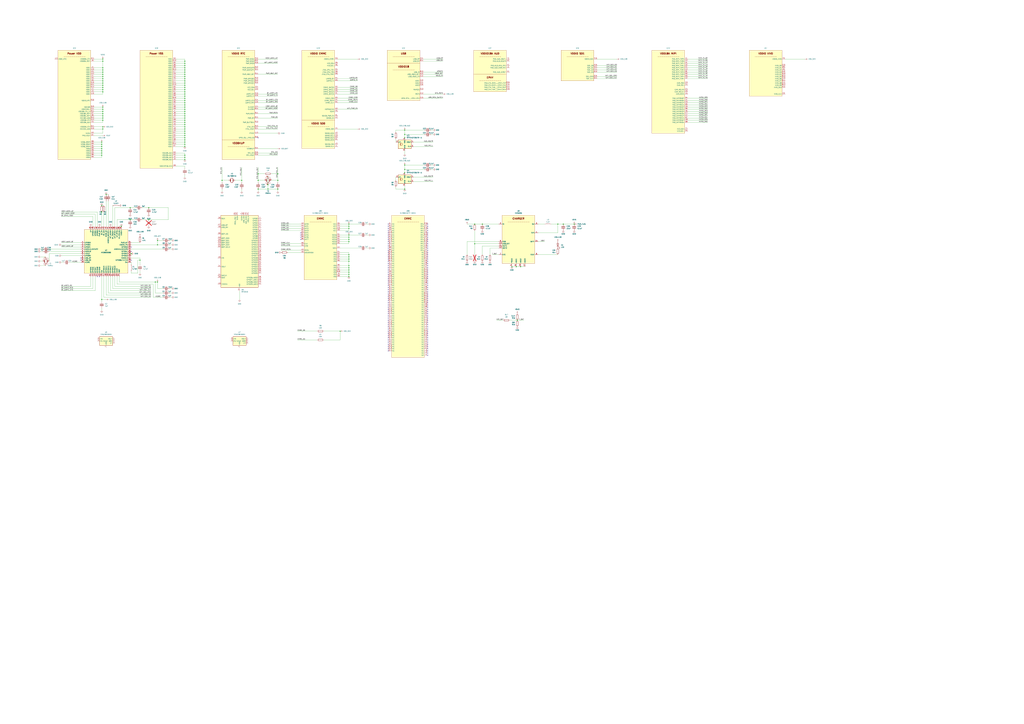
<source format=kicad_sch>
(kicad_sch (version 20231120) (generator "eeschema") (generator_version "8.0")
  (paper "A0")
  (title_block (title "Sheet Title A") (date "Last Modified Date") (rev "${REVISION}") (company "${COMPANY}"))
  (junction (at 123.19 226.06))
  (junction (at 311.15 219.71))
  (junction (at 214.63 132.08))
  (junction (at 405.13 316.23))
  (junction (at 119.38 78.74))
  (junction (at 152.4 294.64))
  (junction (at 119.38 101.6))
  (junction (at 405.13 262.89))
  (junction (at 118.11 238.76))
  (junction (at 119.38 83.82))
  (junction (at 214.63 182.88))
  (junction (at 469.9 151.13))
  (junction (at 119.38 96.52))
  (junction (at 469.9 191.77))
  (junction (at 180.34 327.66))
  (junction (at 405.13 278.13))
  (junction (at 214.63 101.6))
  (junction (at 214.63 137.16))
  (junction (at 118.11 175.26))
  (junction (at 394.97 384.81))
  (junction (at 119.38 139.7))
  (junction (at 119.38 91.44))
  (junction (at 119.38 99.06))
  (junction (at 322.58 209.55))
  (junction (at 214.63 124.46))
  (junction (at 405.13 300.99))
  (junction (at 214.63 121.92))
  (junction (at 214.63 119.38))
  (junction (at 405.13 308.61))
  (junction (at 214.63 157.48))
  (junction (at 654.05 260.35))
  (junction (at 405.13 311.15))
  (junction (at 599.44 309.88))
  (junction (at 299.72 201.93))
  (junction (at 600.71 372.11))
  (junction (at 118.11 180.34))
  (junction (at 214.63 127))
  (junction (at 214.63 86.36))
  (junction (at 214.63 185.42))
  (junction (at 214.63 96.52))
  (junction (at 162.56 302.26))
  (junction (at 257.81 209.55))
  (junction (at 119.38 81.28))
  (junction (at 299.72 209.55))
  (junction (at 322.58 219.71))
  (junction (at 214.63 167.64))
  (junction (at 299.72 219.71))
  (junction (at 322.58 201.93))
  (junction (at 118.11 167.64))
  (junction (at 214.63 134.62))
  (junction (at 469.9 156.21))
  (junction (at 405.13 273.05))
  (junction (at 405.13 313.69))
  (junction (at 405.13 298.45))
  (junction (at 118.11 347.98))
  (junction (at 118.11 172.72))
  (junction (at 469.9 196.85))
  (junction (at 119.38 137.16))
  (junction (at 214.63 139.7))
  (junction (at 405.13 265.43))
  (junction (at 214.63 106.68))
  (junction (at 214.63 104.14))
  (junction (at 118.11 165.1))
  (junction (at 119.38 132.08))
  (junction (at 119.38 149.86))
  (junction (at 118.11 170.18))
  (junction (at 119.38 71.12))
  (junction (at 214.63 180.34))
  (junction (at 214.63 81.28))
  (junction (at 594.36 309.88))
  (junction (at 118.11 246.38))
  (junction (at 405.13 318.77))
  (junction (at 214.63 114.3))
  (junction (at 647.7 260.35))
  (junction (at 140.97 262.89))
  (junction (at 182.88 327.66))
  (junction (at 119.38 93.98))
  (junction (at 119.38 86.36))
  (junction (at 469.9 160.02))
  (junction (at 182.88 279.4))
  (junction (at 214.63 144.78))
  (junction (at 214.63 154.94))
  (junction (at 172.72 241.3))
  (junction (at 405.13 295.91))
  (junction (at 469.9 200.66))
  (junction (at 469.9 219.71))
  (junction (at 214.63 129.54))
  (junction (at 405.13 321.31))
  (junction (at 214.63 152.4))
  (junction (at 182.88 284.48))
  (junction (at 119.38 129.54))
  (junction (at 214.63 160.02))
  (junction (at 311.15 214.63))
  (junction (at 119.38 134.62))
  (junction (at 551.18 260.35))
  (junction (at 214.63 170.18))
  (junction (at 604.52 309.88))
  (junction (at 560.07 260.35))
  (junction (at 151.13 241.3))
  (junction (at 119.38 68.58))
  (junction (at 214.63 99.06))
  (junction (at 666.75 260.35))
  (junction (at 214.63 142.24))
  (junction (at 214.63 93.98))
  (junction (at 405.13 275.59))
  (junction (at 214.63 78.74))
  (junction (at 172.72 255.27))
  (junction (at 551.18 283.21))
  (junction (at 214.63 91.44))
  (junction (at 119.38 104.14))
  (junction (at 405.13 303.53))
  (junction (at 405.13 280.67))
  (junction (at 214.63 111.76))
  (junction (at 214.63 149.86))
  (junction (at 214.63 165.1))
  (junction (at 118.11 177.8))
  (junction (at 405.13 260.35))
  (junction (at 214.63 76.2))
  (junction (at 214.63 147.32))
  (junction (at 151.13 255.27))
  (junction (at 214.63 116.84))
  (junction (at 119.38 127))
  (junction (at 214.63 162.56))
  (junction (at 119.38 124.46))
  (junction (at 280.67 209.55))
  (junction (at 214.63 88.9))
  (junction (at 214.63 73.66))
  (junction (at 214.63 83.82))
  (junction (at 214.63 71.12))
  (junction (at 119.38 147.32))
  (junction (at 119.38 88.9))
  (junction (at 119.38 106.68))
  (junction (at 214.63 109.22))
  (no_connect (at 496.5954 285.7754))
  (no_connect (at 496.57 387.35))
  (no_connect (at 496.5954 344.1954))
  (no_connect (at 496.5954 334.0354))
  (no_connect (at 496.5954 295.9354))
  (no_connect (at 450.85 300.99))
  (no_connect (at 450.85 361.95))
  (no_connect (at 496.5954 323.8754))
  (no_connect (at 152.4 287.02))
  (no_connect (at 450.85 341.63))
  (no_connect (at 496.5954 267.9954))
  (no_connect (at 496.5954 400.05))
  (no_connect (at 496.5954 308.6354))
  (no_connect (at 450.85 369.57))
  (no_connect (at 496.5954 301.0154))
  (no_connect (at 496.5954 359.4354))
  (no_connect (at 496.5954 273.0754))
  (no_connect (at 496.5954 361.9754))
  (no_connect (at 496.5954 364.5154))
  (no_connect (at 450.8754 405.13))
  (no_connect (at 496.5954 367.0554))
  (no_connect (at 496.5954 349.2754))
  (no_connect (at 113.03 321.31))
  (no_connect (at 450.85 323.85))
  (no_connect (at 450.85 311.15))
  (no_connect (at 496.5954 326.4154))
  (no_connect (at 496.5954 412.75))
  (no_connect (at 450.85 372.11))
  (no_connect (at 450.85 326.39))
  (no_connect (at 450.85 321.31))
  (no_connect (at 450.8754 402.59))
  (no_connect (at 450.85 359.41))
  (no_connect (at 299.72 160.02))
  (no_connect (at 450.85 270.51))
  (no_connect (at 450.85 298.45))
  (no_connect (at 450.85 308.61))
  (no_connect (at 450.85 295.91))
  (no_connect (at 496.5954 303.5554))
  (no_connect (at 496.5954 321.3354))
  (no_connect (at 496.5954 306.0954))
  (no_connect (at 496.5954 351.8154))
  (no_connect (at 496.5954 275.6154))
  (no_connect (at 450.85 328.93))
  (no_connect (at 496.5954 339.1154))
  (no_connect (at 496.5954 405.13))
  (no_connect (at 450.85 293.37))
  (no_connect (at 93.98 302.26))
  (no_connect (at 152.4 302.26))
  (no_connect (at 496.5954 316.2554))
  (no_connect (at 496.57 389.89))
  (no_connect (at 450.85 316.23))
  (no_connect (at 450.85 346.71))
  (no_connect (at 450.85 389.89))
  (no_connect (at 496.5954 265.4554))
  (no_connect (at 450.85 339.09))
  (no_connect (at 450.85 356.87))
  (no_connect (at 496.5954 328.9554))
  (no_connect (at 496.57 372.11))
  (no_connect (at 496.5954 283.2354))
  (no_connect (at 450.85 288.29))
  (no_connect (at 450.85 290.83))
  (no_connect (at 450.85 354.33))
  (no_connect (at 450.85 283.21))
  (no_connect (at 450.85 384.81))
  (no_connect (at 450.85 379.73))
  (no_connect (at 496.5954 356.8954))
  (no_connect (at 349.25 278.13))
  (no_connect (at 450.85 374.65))
  (no_connect (at 152.4 292.1))
  (no_connect (at 450.85 367.03))
  (no_connect (at 450.8754 400.05))
  (no_connect (at 496.5954 392.43))
  (no_connect (at 496.5954 280.6954))
  (no_connect (at 450.85 394.97))
  (no_connect (at 349.25 273.05))
  (no_connect (at 496.5954 410.21))
  (no_connect (at 349.25 270.51))
  (no_connect (at 450.85 280.67))
  (no_connect (at 450.85 351.79))
  (no_connect (at 496.5954 336.5754))
  (no_connect (at 496.57 382.27))
  (no_connect (at 496.5954 346.7354))
  (no_connect (at 450.85 344.17))
  (no_connect (at 450.85 318.77))
  (no_connect (at 496.5954 407.67))
  (no_connect (at 450.85 313.69))
  (no_connect (at 496.5954 313.7154))
  (no_connect (at 496.5954 288.3154))
  (no_connect (at 496.5954 298.4754))
  (no_connect (at 496.5954 270.5354))
  (no_connect (at 496.5954 260.3754))
  (no_connect (at 496.57 369.57))
  (no_connect (at 450.85 334.01))
  (no_connect (at 496.5954 262.9154))
  (no_connect (at 496.5954 394.97))
  (no_connect (at 450.85 267.97))
  (no_connect (at 450.85 262.89))
  (no_connect (at 496.57 379.73))
  (no_connect (at 450.85 382.27))
  (no_connect (at 496.5954 290.8554))
  (no_connect (at 349.25 275.59))
  (no_connect (at 115.57 321.31))
  (no_connect (at 496.5954 341.6554))
  (no_connect (at 496.5954 311.1754))
  (no_connect (at 450.85 265.43))
  (no_connect (at 450.85 349.25))
  (no_connect (at 450.85 278.13))
  (no_connect (at 450.85 260.35))
  (no_connect (at 450.85 336.55))
  (no_connect (at 93.98 299.72))
  (no_connect (at 450.85 306.07))
  (no_connect (at 450.85 377.19))
  (no_connect (at 450.8754 407.67))
  (no_connect (at 450.85 364.49))
  (no_connect (at 496.5954 331.4954))
  (no_connect (at 450.85 285.75))
  (no_connect (at 496.5954 397.51))
  (no_connect (at 496.5954 354.3554))
  (no_connect (at 496.57 374.65))
  (no_connect (at 450.85 331.47))
  (no_connect (at 496.5954 293.3954))
  (no_connect (at 496.5954 318.7954))
  (no_connect (at 496.57 377.19))
  (no_connect (at 450.85 397.51))
  (no_connect (at 496.57 384.81))
  (no_connect (at 496.5954 278.1554))
  (no_connect (at 450.85 273.05))
  (no_connect (at 450.85 392.43))
  (no_connect (at 450.85 303.53))
  (no_connect (at 496.5954 402.59))
  (no_connect (at 450.85 387.35))
  (no_connect (at 450.85 275.59))
  (wire (pts (xy 214.63 114.3) (xy 214.63 116.84)))
  (wire (pts (xy 109.22 137.16) (xy 119.38 137.16)))
  (wire (pts (xy 182.88 279.4) (xy 182.88 284.48)))
  (wire (pts (xy 109.22 165.1) (xy 118.11 165.1)))
  (wire (pts (xy 299.72 201.93) (xy 307.34 201.93)))
  (wire (pts (xy 204.47 185.42) (xy 214.63 185.42)))
  (wire (pts (xy 392.43 116.84) (xy 415.29 116.84)))
  (wire (pts (xy 500.38 151.13) (xy 502.92 151.13)))
  (wire (pts (xy 349.25 265.43) (xy 326.39 265.43)))
  (wire (pts (xy 204.47 137.16) (xy 214.63 137.16)))
  (wire (pts (xy 214.63 88.9) (xy 214.63 91.44)))
  (wire (pts (xy 299.72 73.66) (xy 322.58 73.66)))
  (wire (pts (xy 299.72 172.72) (xy 322.58 172.72)))
  (wire (pts (xy 405.13 303.53) (xy 405.13 308.61)))
  (wire (pts (xy 417.83 273.05) (xy 405.13 273.05)))
  (wire (pts (xy 128.27 321.31) (xy 128.27 337.82)))
  (wire (pts (xy 214.63 182.88) (xy 214.63 180.34)))
  (wire (pts (xy 469.9 175.26) (xy 469.9 179.07)))
  (wire (pts (xy 214.63 127) (xy 214.63 129.54)))
  (wire (pts (xy 322.58 209.55) (xy 322.58 212.09)))
  (wire (pts (xy 204.47 180.34) (xy 214.63 180.34)))
  (wire (pts (xy 415.29 101.6) (xy 392.43 101.6)))
  (wire (pts (xy 71.12 332.74) (xy 105.41 332.74)))
  (wire (pts (xy 175.26 335.28) (xy 130.81 335.28)))
  (wire (pts (xy 798.83 83.82) (xy 821.69 83.82)))
  (wire (pts (xy 109.22 142.24) (xy 119.38 142.24)))
  (wire (pts (xy 204.47 101.6) (xy 214.63 101.6)))
  (wire (pts (xy 798.83 78.74) (xy 821.69 78.74)))
  (wire (pts (xy 480.06 170.18) (xy 502.92 170.18)))
  (wire (pts (xy 113.03 246.38) (xy 113.03 262.89)))
  (wire (pts (xy 204.47 109.22) (xy 214.63 109.22)))
  (wire (pts (xy 214.63 83.82) (xy 214.63 86.36)))
  (wire (pts (xy 693.42 76.2) (xy 716.28 76.2)))
  (wire (pts (xy 214.63 134.62) (xy 214.63 137.16)))
  (wire (pts (xy 119.38 71.12) (xy 119.38 78.74)))
  (wire (pts (xy 299.72 209.55) (xy 299.72 212.09)))
  (wire (pts (xy 120.65 345.44) (xy 175.26 345.44)))
  (wire (pts (xy 93.98 289.56) (xy 57.15 289.56)))
  (wire (pts (xy 299.72 180.34) (xy 322.58 180.34)))
  (wire (pts (xy 196.85 335.28) (xy 199.39 335.28)))
  (wire (pts (xy 560.07 285.75) (xy 579.12 285.75)))
  (wire (pts (xy 394.97 283.21) (xy 405.13 283.21)))
  (wire (pts (xy 109.22 124.46) (xy 119.38 124.46)))
  (wire (pts (xy 299.72 127) (xy 322.58 127)))
  (wire (pts (xy 392.43 127) (xy 415.29 127)))
  (wire (pts (xy 214.63 114.3) (xy 214.63 111.76)))
  (wire (pts (xy 469.9 201.93) (xy 469.9 200.66)))
  (wire (pts (xy 693.42 83.82) (xy 716.28 83.82)))
  (wire (pts (xy 46.99 308.61) (xy 53.34 308.61)))
  (wire (pts (xy 196.85 340.36) (xy 199.39 340.36)))
  (wire (pts (xy 640.08 260.35) (xy 647.7 260.35)))
  (wire (pts (xy 109.22 175.26) (xy 118.11 175.26)))
  (wire (pts (xy 119.38 71.12) (xy 119.38 68.58)))
  (wire (pts (xy 109.22 127) (xy 119.38 127)))
  (wire (pts (xy 214.63 177.8) (xy 214.63 180.34)))
  (wire (pts (xy 349.25 267.97) (xy 326.39 267.97)))
  (wire (pts (xy 204.47 93.98) (xy 214.63 93.98)))
  (wire (pts (xy 118.11 358.14) (xy 118.11 360.68)))
  (wire (pts (xy 273.05 209.55) (xy 280.67 209.55)))
  (wire (pts (xy 299.72 116.84) (xy 322.58 116.84)))
  (wire (pts (xy 152.4 284.48) (xy 182.88 284.48)))
  (wire (pts (xy 459.74 209.55) (xy 459.74 205.74)))
  (wire (pts (xy 119.38 137.16) (xy 119.38 134.62)))
  (wire (pts (xy 299.72 132.08) (xy 322.58 132.08)))
  (wire (pts (xy 109.22 71.12) (xy 119.38 71.12)))
  (wire (pts (xy 214.63 106.68) (xy 214.63 109.22)))
  (wire (pts (xy 542.29 280.67) (xy 579.12 280.67)))
  (wire (pts (xy 109.22 86.36) (xy 119.38 86.36)))
  (wire (pts (xy 105.41 321.31) (xy 105.41 332.74)))
  (wire (pts (xy 798.83 139.7) (xy 821.69 139.7)))
  (wire (pts (xy 459.74 219.71) (xy 469.9 219.71)))
  (wire (pts (xy 204.47 127) (xy 214.63 127)))
  (wire (pts (xy 568.96 295.91) (xy 568.96 288.29)))
  (wire (pts (xy 119.38 127) (xy 119.38 124.46)))
  (wire (pts (xy 109.22 88.9) (xy 119.38 88.9)))
  (wire (pts (xy 109.22 180.34) (xy 118.11 180.34)))
  (wire (pts (xy 125.73 340.36) (xy 175.26 340.36)))
  (wire (pts (xy 624.84 270.51) (xy 647.7 270.51)))
  (wire (pts (xy 152.4 314.96) (xy 152.4 317.5)))
  (wire (pts (xy 349.25 290.83) (xy 326.39 290.83)))
  (wire (pts (xy 71.12 248.92) (xy 110.49 248.92)))
  (wire (pts (xy 119.38 93.98) (xy 119.38 96.52)))
  (wire (pts (xy 299.72 68.58) (xy 322.58 68.58)))
  (wire (pts (xy 392.43 106.68) (xy 415.29 106.68)))
  (wire (pts (xy 542.29 260.35) (xy 551.18 260.35)))
  (wire (pts (xy 500.38 156.21) (xy 502.92 156.21)))
  (wire (pts (xy 392.43 104.14) (xy 415.29 104.14)))
  (wire (pts (xy 798.83 81.28) (xy 821.69 81.28)))
  (wire (pts (xy 798.83 114.3) (xy 821.69 114.3)))
  (wire (pts (xy 394.97 295.91) (xy 405.13 295.91)))
  (wire (pts (xy 152.4 299.72) (xy 162.56 299.72)))
  (wire (pts (xy 469.9 196.85) (xy 469.9 200.66)))
  (wire (pts (xy 57.15 294.64) (xy 93.98 294.64)))
  (wire (pts (xy 491.49 88.9) (xy 514.35 88.9)))
  (wire (pts (xy 394.97 300.99) (xy 405.13 300.99)))
  (wire (pts (xy 204.47 119.38) (xy 214.63 119.38)))
  (wire (pts (xy 165.1 255.27) (xy 172.72 255.27)))
  (wire (pts (xy 299.72 109.22) (xy 322.58 109.22)))
  (wire (pts (xy 204.47 88.9) (xy 214.63 88.9)))
  (wire (pts (xy 417.83 288.29) (xy 394.97 288.29)))
  (wire (pts (xy 314.96 201.93) (xy 322.58 201.93)))
  (wire (pts (xy 119.38 142.24) (xy 119.38 139.7)))
  (wire (pts (xy 469.9 156.21) (xy 492.76 156.21)))
  (wire (pts (xy 257.81 209.55) (xy 257.81 194.31)))
  (wire (pts (xy 118.11 321.31) (xy 118.11 347.98)))
  (wire (pts (xy 204.47 167.64) (xy 214.63 167.64)))
  (wire (pts (xy 798.83 129.54) (xy 821.69 129.54)))
  (wire (pts (xy 405.13 260.35) (xy 394.97 260.35)))
  (wire (pts (xy 551.18 260.35) (xy 560.07 260.35)))
  (wire (pts (xy 214.63 144.78) (xy 214.63 147.32)))
  (wire (pts (xy 608.33 372.11) (xy 600.71 372.11)))
  (wire (pts (xy 307.34 209.55) (xy 299.72 209.55)))
  (wire (pts (xy 349.25 283.21) (xy 326.39 283.21)))
  (wire (pts (xy 123.19 321.31) (xy 123.19 342.9)))
  (wire (pts (xy 394.97 321.31) (xy 405.13 321.31)))
  (wire (pts (xy 214.63 157.48) (xy 214.63 160.02)))
  (wire (pts (xy 204.47 182.88) (xy 214.63 182.88)))
  (wire (pts (xy 392.43 149.86) (xy 415.29 149.86)))
  (wire (pts (xy 405.13 313.69) (xy 405.13 316.23)))
  (wire (pts (xy 119.38 109.22) (xy 119.38 106.68)))
  (wire (pts (xy 204.47 111.76) (xy 214.63 111.76)))
  (wire (pts (xy 119.38 96.52) (xy 119.38 99.06)))
  (wire (pts (xy 204.47 152.4) (xy 214.63 152.4)))
  (wire (pts (xy 204.47 170.18) (xy 214.63 170.18)))
  (wire (pts (xy 204.47 106.68) (xy 214.63 106.68)))
  (wire (pts (xy 138.43 327.66) (xy 180.34 327.66)))
  (wire (pts (xy 693.42 81.28) (xy 716.28 81.28)))
  (wire (pts (xy 109.22 149.86) (xy 119.38 149.86)))
  (wire (pts (xy 666.75 260.35) (xy 654.05 260.35)))
  (wire (pts (xy 93.98 281.94) (xy 71.12 281.94)))
  (wire (pts (xy 394.97 298.45) (xy 405.13 298.45)))
  (wire (pts (xy 551.18 267.97) (xy 551.18 283.21)))
  (wire (pts (xy 394.97 313.69) (xy 405.13 313.69)))
  (wire (pts (xy 204.47 154.94) (xy 214.63 154.94)))
  (wire (pts (xy 299.72 86.36) (xy 322.58 86.36)))
  (wire (pts (xy 109.22 96.52) (xy 119.38 96.52)))
  (wire (pts (xy 392.43 93.98) (xy 415.29 93.98)))
  (wire (pts (xy 392.43 114.3) (xy 415.29 114.3)))
  (wire (pts (xy 392.43 68.58) (xy 415.29 68.58)))
  (wire (pts (xy 405.13 293.37) (xy 405.13 295.91)))
  (wire (pts (xy 180.34 340.36) (xy 189.23 340.36)))
  (wire (pts (xy 405.13 298.45) (xy 405.13 300.99)))
  (wire (pts (xy 130.81 238.76) (xy 130.81 262.89)))
  (wire (pts (xy 109.22 157.48) (xy 119.38 157.48)))
  (wire (pts (xy 394.97 303.53) (xy 405.13 303.53)))
  (wire (pts (xy 417.83 260.35) (xy 405.13 260.35)))
  (wire (pts (xy 204.47 86.36) (xy 214.63 86.36)))
  (wire (pts (xy 109.22 109.22) (xy 119.38 109.22)))
  (wire (pts (xy 394.97 311.15) (xy 405.13 311.15)))
  (wire (pts (xy 152.4 294.64) (xy 152.4 297.18)))
  (wire (pts (xy 798.83 88.9) (xy 821.69 88.9)))
  (wire (pts (xy 135.89 321.31) (xy 135.89 330.2)))
  (wire (pts (xy 214.63 83.82) (xy 214.63 81.28)))
  (wire (pts (xy 109.22 78.74) (xy 119.38 78.74)))
  (wire (pts (xy 118.11 170.18) (xy 118.11 167.64)))
  (wire (pts (xy 405.13 273.05) (xy 394.97 273.05)))
  (wire (pts (xy 349.25 262.89) (xy 326.39 262.89)))
  (wire (pts (xy 152.4 281.94) (xy 162.56 281.94)))
  (wire (pts (xy 151.13 241.3) (xy 157.48 241.3)))
  (wire (pts (xy 151.13 255.27) (xy 157.48 255.27)))
  (wire (pts (xy 214.63 185.42) (xy 214.63 182.88)))
  (wire (pts (xy 177.8 345.44) (xy 189.23 345.44)))
  (wire (pts (xy 109.22 167.64) (xy 118.11 167.64)))
  (wire (pts (xy 214.63 93.98) (xy 214.63 96.52)))
  (wire (pts (xy 322.58 219.71) (xy 322.58 222.25)))
  (wire (pts (xy 135.89 330.2) (xy 177.8 330.2)))
  (wire (pts (xy 204.47 147.32) (xy 214.63 147.32)))
  (wire (pts (xy 632.46 280.67) (xy 624.84 280.67)))
  (wire (pts (xy 405.13 321.31) (xy 405.13 318.77)))
  (wire (pts (xy 118.11 238.76) (xy 120.65 238.76)))
  (wire (pts (xy 214.63 165.1) (xy 214.63 167.64)))
  (wire (pts (xy 119.38 86.36) (xy 119.38 88.9)))
  (wire (pts (xy 204.47 193.04) (xy 214.63 193.04)))
  (wire (pts (xy 394.97 308.61) (xy 405.13 308.61)))
  (wire (pts (xy 71.12 337.82) (xy 110.49 337.82)))
  (wire (pts (xy 123.19 342.9) (xy 175.26 342.9)))
  (wire (pts (xy 46.99 298.45) (xy 53.34 298.45)))
  (wire (pts (xy 604.52 309.88) (xy 609.6 309.88)))
  (wire (pts (xy 196.85 279.4) (xy 199.39 279.4)))
  (wire (pts (xy 334.01 293.37) (xy 349.25 293.37)))
  (wire (pts (xy 214.63 149.86) (xy 214.63 152.4)))
  (wire (pts (xy 394.97 280.67) (xy 405.13 280.67)))
  (wire (pts (xy 405.13 318.77) (xy 405.13 316.23)))
  (wire (pts (xy 322.58 209.55) (xy 322.58 201.93)))
  (wire (pts (xy 425.45 273.05) (xy 427.99 273.05)))
  (wire (pts (xy 311.15 204.47) (xy 311.15 214.63)))
  (wire (pts (xy 257.81 219.71) (xy 257.81 222.25)))
  (wire (pts (xy 500.38 191.77) (xy 502.92 191.77)))
  (wire (pts (xy 322.58 201.93) (xy 322.58 194.31)))
  (wire (pts (xy 175.26 332.74) (xy 133.35 332.74)))
  (wire (pts (xy 214.63 134.62) (xy 214.63 132.08)))
  (wire (pts (xy 469.9 191.77) (xy 469.9 196.85)))
  (wire (pts (xy 214.63 109.22) (xy 214.63 111.76)))
  (wire (pts (xy 109.22 170.18) (xy 118.11 170.18)))
  (wire (pts (xy 204.47 132.08) (xy 214.63 132.08)))
  (wire (pts (xy 109.22 68.58) (xy 119.38 68.58)))
  (wire (pts (xy 394.97 265.43) (xy 405.13 265.43)))
  (wire (pts (xy 118.11 180.34) (xy 118.11 177.8)))
  (wire (pts (xy 693.42 88.9) (xy 716.28 88.9)))
  (wire (pts (xy 394.97 293.37) (xy 405.13 293.37)))
  (wire (pts (xy 119.38 134.62) (xy 119.38 132.08)))
  (wire (pts (xy 204.47 177.8) (xy 214.63 177.8)))
  (wire (pts (xy 135.89 255.27) (xy 151.13 255.27)))
  (wire (pts (xy 162.56 317.5) (xy 162.56 314.96)))
  (wire (pts (xy 469.9 151.13) (xy 492.76 151.13)))
  (wire (pts (xy 182.88 327.66) (xy 182.88 335.28)))
  (wire (pts (xy 405.13 280.67) (xy 405.13 278.13)))
  (wire (pts (xy 280.67 209.55) (xy 280.67 212.09)))
  (wire (pts (xy 160.02 302.26) (xy 162.56 302.26)))
  (wire (pts (xy 214.63 165.1) (xy 214.63 162.56)))
  (wire (pts (xy 405.13 308.61) (xy 405.13 311.15)))
  (wire (pts (xy 491.49 109.22) (xy 514.35 109.22)))
  (wire (pts (xy 394.97 267.97) (xy 405.13 267.97)))
  (wire (pts (xy 204.47 129.54) (xy 214.63 129.54)))
  (wire (pts (xy 311.15 214.63) (xy 311.15 219.71)))
  (wire (pts (xy 798.83 137.16) (xy 821.69 137.16)))
  (wire (pts (xy 182.88 279.4) (xy 189.23 279.4)))
  (wire (pts (xy 109.22 177.8) (xy 118.11 177.8)))
  (wire (pts (xy 349.25 285.75) (xy 326.39 285.75)))
  (wire (pts (xy 195.58 241.3) (xy 195.58 255.27)))
  (wire (pts (xy 469.9 219.71) (xy 469.9 215.9)))
  (wire (pts (xy 394.97 316.23) (xy 405.13 316.23)))
  (wire (pts (xy 405.13 275.59) (xy 405.13 278.13)))
  (wire (pts (xy 119.38 149.86) (xy 119.38 147.32)))
  (wire (pts (xy 109.22 132.08) (xy 119.38 132.08)))
  (wire (pts (xy 405.13 262.89) (xy 405.13 265.43)))
  (wire (pts (xy 299.72 219.71) (xy 311.15 219.71)))
  (wire (pts (xy 214.63 73.66) (xy 214.63 76.2)))
  (wire (pts (xy 299.72 209.55) (xy 299.72 201.93)))
  (wire (pts (xy 405.13 275.59) (xy 405.13 273.05)))
  (wire (pts (xy 265.43 209.55) (xy 257.81 209.55)))
  (wire (pts (xy 123.19 233.68) (xy 123.19 262.89)))
  (wire (pts (xy 798.83 73.66) (xy 821.69 73.66)))
  (wire (pts (xy 491.49 114.3) (xy 514.35 114.3)))
  (wire (pts (xy 93.98 292.1) (xy 57.15 292.1)))
  (wire (pts (xy 196.85 289.56) (xy 199.39 289.56)))
  (wire (pts (xy 491.49 83.82) (xy 514.35 83.82)))
  (wire (pts (xy 109.22 91.44) (xy 119.38 91.44)))
  (wire (pts (xy 133.35 321.31) (xy 133.35 332.74)))
  (wire (pts (xy 491.49 71.12) (xy 514.35 71.12)))
  (wire (pts (xy 196.85 345.44) (xy 199.39 345.44)))
  (wire (pts (xy 118.11 347.98) (xy 123.19 347.98)))
  (wire (pts (xy 214.63 116.84) (xy 214.63 119.38)))
  (wire (pts (xy 160.02 302.26) (xy 160.02 317.5)))
  (wire (pts (xy 119.38 91.44) (xy 119.38 93.98)))
  (wire (pts (xy 392.43 91.44) (xy 415.29 91.44)))
  (wire (pts (xy 204.47 114.3) (xy 214.63 114.3)))
  (wire (pts (xy 394.97 275.59) (xy 405.13 275.59)))
  (wire (pts (xy 214.63 99.06) (xy 214.63 101.6)))
  (wire (pts (xy 480.06 165.1) (xy 502.92 165.1)))
  (wire (pts (xy 394.97 262.89) (xy 405.13 262.89)))
  (wire (pts (xy 299.72 137.16) (xy 322.58 137.16)))
  (wire (pts (xy 798.83 142.24) (xy 821.69 142.24)))
  (wire (pts (xy 119.38 129.54) (xy 119.38 127)))
  (wire (pts (xy 113.03 246.38) (xy 71.12 246.38)))
  (wire (pts (xy 311.15 219.71) (xy 322.58 219.71)))
  (wire (pts (xy 392.43 109.22) (xy 415.29 109.22)))
  (wire (pts (xy 405.13 267.97) (xy 405.13 265.43)))
  (wire (pts (xy 49.53 289.56) (xy 46.99 289.56)))
  (wire (pts (xy 368.3 394.97) (xy 345.44 394.97)))
  (wire (pts (xy 469.9 161.29) (xy 469.9 160.02)))
  (wire (pts (xy 119.38 132.08) (xy 119.38 129.54)))
  (wire (pts (xy 299.72 124.46) (xy 322.58 124.46)))
  (wire (pts (xy 214.63 124.46) (xy 214.63 127)))
  (wire (pts (xy 204.47 144.78) (xy 214.63 144.78)))
  (wire (pts (xy 204.47 99.06) (xy 214.63 99.06)))
  (wire (pts (xy 798.83 124.46) (xy 821.69 124.46)))
  (wire (pts (xy 109.22 154.94) (xy 119.38 154.94)))
  (wire (pts (xy 162.56 302.26) (xy 162.56 307.34)))
  (wire (pts (xy 119.38 83.82) (xy 119.38 86.36)))
  (wire (pts (xy 133.35 241.3) (xy 133.35 262.89)))
  (wire (pts (xy 109.22 81.28) (xy 119.38 81.28)))
  (wire (pts (xy 110.49 248.92) (xy 110.49 262.89)))
  (wire (pts (xy 798.83 119.38) (xy 821.69 119.38)))
  (wire (pts (xy 542.29 280.67) (xy 542.29 295.91)))
  (wire (pts (xy 109.22 104.14) (xy 119.38 104.14)))
  (wire (pts (xy 120.65 321.31) (xy 120.65 345.44)))
  (wire (pts (xy 469.9 196.85) (xy 492.76 196.85)))
  (wire (pts (xy 120.65 246.38) (xy 120.65 262.89)))
  (wire (pts (xy 119.38 99.06) (xy 119.38 101.6)))
  (wire (pts (xy 118.11 175.26) (xy 118.11 172.72)))
  (wire (pts (xy 375.92 394.97) (xy 394.97 394.97)))
  (wire (pts (xy 299.72 177.8) (xy 322.58 177.8)))
  (wire (pts (xy 214.63 78.74) (xy 214.63 81.28)))
  (wire (pts (xy 118.11 172.72) (xy 118.11 170.18)))
  (wire (pts (xy 214.63 96.52) (xy 214.63 99.06)))
  (wire (pts (xy 280.67 219.71) (xy 280.67 222.25)))
  (wire (pts (xy 693.42 91.44) (xy 716.28 91.44)))
  (wire (pts (xy 109.22 182.88) (xy 118.11 182.88)))
  (wire (pts (xy 693.42 68.58) (xy 716.28 68.58)))
  (wire (pts (xy 405.13 303.53) (xy 405.13 300.99)))
  (wire (pts (xy 71.12 297.18) (xy 93.98 297.18)))
  (wire (pts (xy 491.49 68.58) (xy 514.35 68.58)))
  (wire (pts (xy 73.66 304.8) (xy 71.12 304.8)))
  (wire (pts (xy 798.83 68.58) (xy 821.69 68.58)))
  (wire (pts (xy 278.13 347.98) (xy 278.13 337.82)))
  (wire (pts (xy 280.67 209.55) (xy 280.67 194.31)))
  (wire (pts (xy 214.63 137.16) (xy 214.63 139.7)))
  (wire (pts (xy 798.83 86.36) (xy 821.69 86.36)))
  (wire (pts (xy 214.63 104.14) (xy 214.63 106.68)))
  (wire (pts (xy 425.45 260.35) (xy 427.99 260.35)))
  (wire (pts (xy 405.13 298.45) (xy 405.13 295.91)))
  (wire (pts (xy 599.44 309.88) (xy 604.52 309.88)))
  (wire (pts (xy 109.22 93.98) (xy 119.38 93.98)))
  (wire (pts (xy 177.8 330.2) (xy 177.8 345.44)))
  (wire (pts (xy 109.22 106.68) (xy 119.38 106.68)))
  (wire (pts (xy 345.44 384.81) (xy 368.3 384.81)))
  (wire (pts (xy 204.47 76.2) (xy 214.63 76.2)))
  (wire (pts (xy 394.97 278.13) (xy 405.13 278.13)))
  (wire (pts (xy 119.38 101.6) (xy 119.38 104.14)))
  (wire (pts (xy 560.07 260.35) (xy 579.12 260.35)))
  (wire (pts (xy 299.72 201.93) (xy 299.72 194.31)))
  (wire (pts (xy 204.47 160.02) (xy 214.63 160.02)))
  (wire (pts (xy 119.38 78.74) (xy 119.38 81.28)))
  (wire (pts (xy 204.47 104.14) (xy 214.63 104.14)))
  (wire (pts (xy 469.9 151.13) (xy 469.9 156.21)))
  (wire (pts (xy 257.81 209.55) (xy 257.81 212.09)))
  (wire (pts (xy 214.63 86.36) (xy 214.63 88.9)))
  (wire (pts (xy 214.63 147.32) (xy 214.63 149.86)))
  (wire (pts (xy 182.88 335.28) (xy 189.23 335.28)))
  (wire (pts (xy 204.47 139.7) (xy 214.63 139.7)))
  (wire (pts (xy 459.74 153.67) (xy 459.74 151.13)))
  (wire (pts (xy 405.13 280.67) (xy 405.13 283.21)))
  (wire (pts (xy 172.72 255.27) (xy 195.58 255.27)))
  (wire (pts (xy 196.85 284.48) (xy 199.39 284.48)))
  (wire (pts (xy 138.43 321.31) (xy 138.43 327.66)))
  (wire (pts (xy 152.4 317.5) (xy 160.02 317.5)))
  (wire (pts (xy 299.72 147.32) (xy 322.58 147.32)))
  (wire (pts (xy 551.18 283.21) (xy 579.12 283.21)))
  (wire (pts (xy 214.63 154.94) (xy 214.63 152.4)))
  (wire (pts (xy 133.35 241.3) (xy 151.13 241.3)))
  (wire (pts (xy 204.47 83.82) (xy 214.63 83.82)))
  (wire (pts (xy 204.47 91.44) (xy 214.63 91.44)))
  (wire (pts (xy 214.63 129.54) (xy 214.63 132.08)))
  (wire (pts (xy 109.22 172.72) (xy 118.11 172.72)))
  (wire (pts (xy 204.47 68.58) (xy 214.63 68.58)))
  (wire (pts (xy 182.88 284.48) (xy 189.23 284.48)))
  (wire (pts (xy 551.18 283.21) (xy 551.18 295.91)))
  (wire (pts (xy 123.19 226.06) (xy 125.73 226.06)))
  (wire (pts (xy 214.63 119.38) (xy 214.63 121.92)))
  (wire (pts (xy 93.98 287.02) (xy 71.12 287.02)))
  (wire (pts (xy 175.26 337.82) (xy 128.27 337.82)))
  (wire (pts (xy 326.39 260.35) (xy 349.25 260.35)))
  (wire (pts (xy 459.74 151.13) (xy 469.9 151.13)))
  (wire (pts (xy 125.73 321.31) (xy 125.73 340.36)))
  (wire (pts (xy 152.4 289.56) (xy 189.23 289.56)))
  (wire (pts (xy 314.96 209.55) (xy 322.58 209.55)))
  (wire (pts (xy 118.11 182.88) (xy 118.11 180.34)))
  (wire (pts (xy 911.86 68.58) (xy 934.72 68.58)))
  (wire (pts (xy 119.38 106.68) (xy 119.38 104.14)))
  (wire (pts (xy 204.47 81.28) (xy 214.63 81.28)))
  (wire (pts (xy 576.58 372.11) (xy 584.2 372.11)))
  (wire (pts (xy 798.83 76.2) (xy 821.69 76.2)))
  (wire (pts (xy 647.7 260.35) (xy 647.7 270.51)))
  (wire (pts (xy 119.38 81.28) (xy 119.38 83.82)))
  (wire (pts (xy 162.56 299.72) (xy 162.56 302.26)))
  (wire (pts (xy 571.5 295.91) (xy 579.12 295.91)))
  (wire (pts (xy 107.95 251.46) (xy 107.95 262.89)))
  (wire (pts (xy 214.63 124.46) (xy 214.63 121.92)))
  (wire (pts (xy 214.63 203.2) (xy 214.63 205.74)))
  (wire (pts (xy 299.72 111.76) (xy 322.58 111.76)))
  (wire (pts (xy 204.47 78.74) (xy 214.63 78.74)))
  (wire (pts (xy 693.42 78.74) (xy 716.28 78.74)))
  (wire (pts (xy 392.43 119.38) (xy 415.29 119.38)))
  (wire (pts (xy 594.36 309.88) (xy 599.44 309.88)))
  (wire (pts (xy 214.63 68.58) (xy 214.63 71.12)))
  (wire (pts (xy 135.89 255.27) (xy 135.89 262.89)))
  (wire (pts (xy 214.63 104.14) (xy 214.63 101.6)))
  (wire (pts (xy 798.83 91.44) (xy 821.69 91.44)))
  (wire (pts (xy 299.72 219.71) (xy 299.72 222.25)))
  (wire (pts (xy 165.1 241.3) (xy 172.72 241.3)))
  (wire (pts (xy 109.22 101.6) (xy 119.38 101.6)))
  (wire (pts (xy 204.47 162.56) (xy 214.63 162.56)))
  (wire (pts (xy 214.63 167.64) (xy 214.63 170.18)))
  (wire (pts (xy 299.72 119.38) (xy 322.58 119.38)))
  (wire (pts (xy 480.06 205.74) (xy 502.92 205.74)))
  (wire (pts (xy 394.97 384.81) (xy 394.97 394.97)))
  (wire (pts (xy 214.63 193.04) (xy 214.63 195.58)))
  (wire (pts (xy 119.38 88.9) (xy 119.38 91.44)))
  (wire (pts (xy 798.83 121.92) (xy 821.69 121.92)))
  (wire (pts (xy 214.63 139.7) (xy 214.63 142.24)))
  (wire (pts (xy 110.49 321.31) (xy 110.49 337.82)))
  (wire (pts (xy 591.82 372.11) (xy 600.71 372.11)))
  (wire (pts (xy 299.72 149.86) (xy 322.58 149.86)))
  (wire (pts (xy 214.63 160.02) (xy 214.63 162.56)))
  (wire (pts (xy 138.43 262.89) (xy 140.97 262.89)))
  (wire (pts (xy 204.47 157.48) (xy 214.63 157.48)))
  (wire (pts (xy 204.47 96.52) (xy 214.63 96.52)))
  (wire (pts (xy 152.4 307.34) (xy 152.4 304.8)))
  (wire (pts (xy 798.83 71.12) (xy 821.69 71.12)))
  (wire (pts (xy 109.22 139.7) (xy 119.38 139.7)))
  (wire (pts (xy 459.74 217.17) (xy 459.74 219.71)))
  (wire (pts (xy 204.47 165.1) (xy 214.63 165.1)))
  (wire (pts (xy 204.47 134.62) (xy 214.63 134.62)))
  (wire (pts (xy 405.13 262.89) (xy 405.13 260.35)))
  (wire (pts (xy 57.15 294.64) (xy 57.15 303.53)))
  (wire (pts (xy 624.84 295.91) (xy 647.7 295.91)))
  (wire (pts (xy 109.22 99.06) (xy 119.38 99.06)))
  (wire (pts (xy 81.28 304.8) (xy 93.98 304.8)))
  (wire (pts (xy 109.22 83.82) (xy 119.38 83.82)))
  (wire (pts (xy 109.22 147.32) (xy 119.38 147.32)))
  (wire (pts (xy 130.81 321.31) (xy 130.81 335.28)))
  (wire (pts (xy 405.13 313.69) (xy 405.13 311.15)))
  (wire (pts (xy 172.72 241.3) (xy 195.58 241.3)))
  (wire (pts (xy 125.73 233.68) (xy 125.73 262.89)))
  (wire (pts (xy 204.47 142.24) (xy 214.63 142.24)))
  (wire (pts (xy 119.38 154.94) (xy 119.38 149.86)))
  (wire (pts (xy 654.05 260.35) (xy 647.7 260.35)))
  (wire (pts (xy 480.06 210.82) (xy 502.92 210.82)))
  (wire (pts (xy 109.22 129.54) (xy 119.38 129.54)))
  (wire (pts (xy 118.11 245.1354) (xy 118.11 246.38)))
  (wire (pts (xy 214.63 142.24) (xy 214.63 144.78)))
  (wire (pts (xy 71.12 251.46) (xy 107.95 251.46)))
  (wire (pts (xy 214.63 73.66) (xy 214.63 71.12)))
  (wire (pts (xy 118.11 167.64) (xy 118.11 165.1)))
  (wire (pts (xy 204.47 116.84) (xy 214.63 116.84)))
  (wire (pts (xy 469.9 191.77) (xy 492.76 191.77)))
  (wire (pts (xy 71.12 284.48) (xy 93.98 284.48)))
  (wire (pts (xy 204.47 71.12) (xy 214.63 71.12)))
  (wire (pts (xy 49.53 292.1) (xy 46.99 292.1)))
  (wire (pts (xy 214.63 93.98) (xy 214.63 91.44)))
  (wire (pts (xy 49.53 303.53) (xy 46.99 303.53)))
  (wire (pts (xy 568.96 288.29) (xy 579.12 288.29)))
  (wire (pts (xy 624.84 260.35) (xy 632.46 260.35)))
  (wire (pts (xy 180.34 327.66) (xy 180.34 340.36)))
  (wire (pts (xy 204.47 149.86) (xy 214.63 149.86)))
  (wire (pts (xy 109.22 134.62) (xy 119.38 134.62)))
  (wire (pts (xy 204.47 121.92) (xy 214.63 121.92)))
  (wire (pts (xy 491.49 86.36) (xy 514.35 86.36)))
  (wire (pts (xy 798.83 116.84) (xy 821.69 116.84)))
  (wire (pts (xy 204.47 73.66) (xy 214.63 73.66)))
  (wire (pts (xy 375.92 384.81) (xy 394.97 384.81)))
  (wire (pts (xy 798.83 127) (xy 821.69 127)))
  (wire (pts (xy 214.63 154.94) (xy 214.63 157.48)))
  (wire (pts (xy 119.38 139.7) (xy 119.38 137.16)))
  (wire (pts (xy 500.38 196.85) (xy 502.92 196.85)))
  (wire (pts (xy 107.95 321.31) (xy 107.95 335.28)))
  (wire (pts (xy 798.83 134.62) (xy 821.69 134.62)))
  (wire (pts (xy 214.63 76.2) (xy 214.63 78.74)))
  (wire (pts (xy 182.88 327.66) (xy 180.34 327.66)))
  (wire (pts (xy 394.97 318.77) (xy 405.13 318.77)))
  (wire (pts (xy 469.9 156.21) (xy 469.9 160.02)))
  (wire (pts (xy 459.74 161.29) (xy 459.74 165.1)))
  (wire (pts (xy 204.47 124.46) (xy 214.63 124.46)))
  (wire (pts (xy 798.83 132.08) (xy 821.69 132.08)))
  (wire (pts (xy 118.11 246.38) (xy 118.11 262.89)))
  (wire (pts (xy 118.11 177.8) (xy 118.11 175.26)))
  (wire (pts (xy 299.72 154.94) (xy 322.58 154.94)))
  (wire (pts (xy 425.45 288.29) (xy 427.99 288.29)))
  (wire (pts (xy 118.11 347.98) (xy 118.11 350.52)))
  (wire (pts (xy 71.12 335.28) (xy 107.95 335.28)))
  (wire (pts (xy 560.07 285.75) (xy 560.07 295.91)))
  (label "UPDATE" (at 514.35 83.82 180))
  (label "EMMC_D2" (at 415.29 106.68 180))
  (label "SYS_XTAL_OUT" (at 322.58 149.86 180))
  (label "SYS_RSTN" (at 514.35 109.22 180))
  (label "USB_DP" (at 514.35 68.58 180))
  (label "WIFI_SD1_D3" (at 716.28 83.82 180))
  (label "MIPI0_DP0" (at 821.69 114.3 180))
  (label "EMMC_D0" (at 415.29 101.6 180))
  (label "NTC_BAT" (at 576.58 372.11 0))
  (label "MIPI0_DN2" (at 821.69 127 180))
  (label "MIPI0_DN0" (at 821.69 116.84 180))
  (label "AUD_MIC_L" (at 502.92 210.82 180))
  (label "BT_UART1_CTS" (at 71.12 337.82 0))
  (label "HOST_WAKE_BT" (at 71.12 287.02 0))
  (label "WIFI_SD1_D1" (at 175.26 332.74 180))
  (label "WIFI_SD1_D0" (at 175.26 335.28 180))
  (label "HOST_WAKE_WF" (at 322.58 68.58 180))
  (label "MIPI0_DN5" (at 821.69 142.24 180))
  (label "BT_UART1_RTS" (at 322.58 119.38 180))
  (label "MIPI0_DN3" (at 821.69 132.08 180))
  (label "MIPI_TX_0P" (at 821.69 68.58 180))
  (label "USB_DM" (at 514.35 71.12 180))
  (label "BT_UART1_RX" (at 322.58 109.22 180))
  (label "AUD_MIC_L" (at 502.92 170.18 180))
  (label "MIPI_TX_2P" (at 821.69 78.74 180))
  (label "EMMC_D0" (at 345.44 384.81 0))
  (label "MIPI_TX_3P" (at 821.69 83.82 180))
  (label "WIFI_SD1_D2" (at 716.28 81.28 180))
  (label "HOST_WAKE_BT" (at 71.12 281.94 0))
  (label "PWR_RSTN" (at 322.58 132.08 180))
  (label "WIFI_SD1_D1" (at 716.28 78.74 180))
  (label "WIFI_SD1_D2" (at 175.26 345.44 180))
  (label "WIFI_SD1_CLK" (at 175.26 337.82 180))
  (label "EMMC_CMD" (at 415.29 114.3 180))
  (label "MIPI0_DP4" (at 821.69 134.62 180))
  (label "SYS_XTAL_IN" (at 322.58 194.31 270))
  (label "WIFI_SD1_D0" (at 716.28 76.2 180))
  (label "EMMC_D1" (at 415.29 104.14 180))
  (label "MIPI_TX_3P" (at 821.69 86.36 180))
  (label "VBAT" (at 632.46 280.67 180))
  (label "RTC_XOUT" (at 280.67 194.31 270))
  (label "WIFI_SD1_D3" (at 175.26 342.9 180))
  (label "AUD_AOUTR" (at 502.92 165.1 180))
  (label "VCORE" (at 180.34 345.44 0))
  (label "HOST_WAKE_WF" (at 71.12 246.38 0))
  (label "WIFI_SD1_CLK" (at 716.28 91.44 180))
  (label "MIPI_TX_2P" (at 821.69 81.28 180))
  (label "EMMC_D3" (at 345.44 394.97 0))
  (label "MIPI0_DP3" (at 821.69 129.54 180))
  (label "BT_UART1_RX" (at 71.12 332.74 0))
  (label "EMMC_RSTN" (at 415.29 116.84 180))
  (label "SYS_XTAL_IN" (at 322.58 147.32 180))
  (label "SYS_XTAL_OUT" (at 299.72 194.31 270))
  (label "EMMC_D0" (at 326.39 260.35 0))
  (label "T_BAT" (at 571.5 295.91 0))
  (label "RTC_XOUT" (at 322.58 180.34 180))
  (label "MIPI0_DN1" (at 821.69 121.92 180))
  (label "EMMC_D1" (at 326.39 262.89 0))
  (label "EMMC_CLK" (at 326.39 283.21 0))
  (label "HOST_WAKE_BT" (at 322.58 124.46 180))
  (label "VBUS_EN" (at 514.35 88.9 180))
  (label "BT_UART1_RTS" (at 71.12 335.28 0))
  (label "EMMC_D2" (at 326.39 265.43 0))
  (label "ARM_RISV_SWITCH" (at 514.35 114.3 180))
  (label "MIPI_TX_1N" (at 821.69 76.2 180))
  (label "AUD_AOUTR" (at 502.92 205.74 180))
  (label "VCORE" (at 83.82 304.8 0))
  (label "WIFI_PWR_EN" (at 415.29 127 180))
  (label "BT_UART1_CTS" (at 322.58 116.84 180))
  (label "BT_WAKE_HOST" (at 71.12 251.46 0))
  (label "RTC_XIN" (at 257.81 194.31 270))
  (label "WIFI_SD1_CMD" (at 716.28 88.9 180))
  (label "MIPI_TX_4P" (at 821.69 88.9 180))
  (label "MIPI_TX_0N" (at 821.69 71.12 180))
  (label "MIPI0_DN4" (at 821.69 137.16 180))
  (label "UART0_TX" (at 415.29 93.98 180))
  (label "WIFI_WAKE_HOST" (at 322.58 73.66 180))
  (label "WIFI_WAKE_HOST" (at 71.12 248.92 0))
  (label "EMMC_D3" (at 415.29 109.22 180))
  (label "VBUS_DET" (at 514.35 86.36 180))
  (label "MIPI_TX_1P" (at 821.69 73.66 180))
  (label "MIPI0_DP2" (at 821.69 124.46 180))
  (label "MIPI0_DP5" (at 821.69 139.7 180))
  (label "RTC_XIN" (at 322.58 177.8 180))
  (label "EMMC_D3" (at 326.39 267.97 0))
  (label "BT_WAKE_HOST" (at 322.58 127 180))
  (label "BT_UART1_TX" (at 322.58 111.76 180))
  (label "T_BAT" (at 608.33 372.11 180))
  (label "EMMC_CLK" (at 415.29 119.38 180))
  (label "PWR_ON" (at 322.58 137.16 180))
  (label "PWR_VBAT_DET" (at 322.58 86.36 180))
  (label "WIFI_SD1_CMD" (at 175.26 340.36 180))
  (label "UART0_RX" (at 415.29 91.44 180))
  (label "MIPI_TX_4N" (at 821.69 91.44 180))
  (label "EMMC_CMD" (at 326.39 285.75 0))
  (label "EMMC_RSTN" (at 326.39 290.83 0))
  (label "MIPI0_DP1" (at 821.69 119.38 180))
  (symbol (lib_id "Device:R") (at 459.74 157.48 0) (mirror y) (unit 1)
    (property "Reference" "R4" (at 457.2 156.2099 0) (effects (justify left)))
    (property "Value" "0R" (at 457.2 158.7499 0) (effects (justify left)))
    (property "Description" "Resistor" (effects (hide yes)))
  )
  (symbol (lib_id "Device:R") (at 162.56 278.13 0) (unit 1)
    (property "Reference" "R1" (at 165.1 276.8599 0) (effects (justify left)))
    (property "Value" "47K" (at 165.1 279.3999 0) (effects (justify left)))
    (property "Description" "Resistor" (effects (hide yes)))
  )
  (symbol (lib_id "0_charger:ETA6005") (at 601.98 280.67 0) (unit 1)
    (property "Reference" "U9" (at 601.98 245.11 0))
    (property "Value" "EAT6005" (at 601.98 247.65 0))
    (property "Footprint" "Package_DFN_QFN:LQFN-16-1EP_3x3mm_P0.5mm_EP1.7x1.7mm" (effects (hide yes)))
  )
  (symbol (lib_id "0_soc:SG2000") (at 549.91 58.42 0) (unit 6)
    (property "Reference" "U1" (at 568.96 55.88 0))
    (property "Value" "SG2000" (effects (hide yes)))
    (property "Footprint" "SG2000_BGA_10X10:BGA-205_15x15_10.0x10.0mm" (effects (hide yes)))
    (property "Description" "SG2000是面向AIOT领域的高性能、低功耗芯片。它具备多个核心、快速内核切换、H.264/H.265视频编解码器、专业级图像增强功能、专有的0.5TOPS INT8 TPU、高效的TPU调度引擎以及多样化的外设接口。" (effects (hide yes)))
  )
  (symbol (lib_id "power:GND") (at 71.12 284.48 270) (unit 1)
    (property "Reference" "#PWR016" (effects (hide yes)))
    (property "Value" "GND" (at 67.31 284.4799 90) (effects (justify right)))
    (property "Description" "Power symbol creates a global label with name \"GND\" , ground" (effects (hide yes)))
  )
  (symbol (lib_id "power:GND") (at 542.29 303.53 0) (unit 1)
    (property "Reference" "#PWR068" (effects (hide yes)))
    (property "Value" "GND" (at 542.29 307.34 0))
    (property "Description" "Power symbol creates a global label with name \"GND\" , ground" (effects (hide yes)))
  )
  (symbol (lib_id "power:GND") (at 46.99 308.61 270) (mirror x) (unit 1)
    (property "Reference" "#PWR045" (effects (hide yes)))
    (property "Value" "GND" (at 41.91 308.61 90))
    (property "Description" "Power symbol creates a global label with name \"GND\" , ground" (effects (hide yes)))
  )
  (symbol (lib_id "Device:C") (at 666.75 264.16 0) (mirror y) (unit 1)
    (property "Reference" "C29" (at 670.56 262.8899 0) (effects (justify right)))
    (property "Value" "0.1uF" (at 670.56 265.4299 0) (effects (justify right)))
    (property "Description" "Unpolarized capacitor" (effects (hide yes)))
  )
  (symbol (lib_id "power:VCC") (at 666.75 260.35 0) (unit 1)
    (property "Reference" "#PWR074" (effects (hide yes)))
    (property "Value" "VSYS" (at 666.75 255.27 0))
    (property "Description" "Power symbol creates a global label with name \"VCC\"" (effects (hide yes)))
  )
  (symbol (lib_id "power:GND") (at 162.56 317.5 0) (unit 1)
    (property "Reference" "#PWR028" (effects (hide yes)))
    (property "Value" "GND" (at 162.56 322.58 0))
    (property "Description" "Power symbol creates a global label with name \"GND\" , ground" (effects (hide yes)))
  )
  (symbol (lib_id "power:GND") (at 140.97 262.89 180) (unit 1)
    (property "Reference" "#PWR026" (effects (hide yes)))
    (property "Value" "GND" (at 140.97 257.81 0))
    (property "Description" "Power symbol creates a global label with name \"GND\" , ground" (effects (hide yes)))
  )
  (symbol (lib_id "Device:R") (at 542.29 299.72 180) (unit 1)
    (property "Reference" "R11" (at 539.75 300.9901 0) (effects (justify left)))
    (property "Value" "1K" (at 539.75 298.4501 0) (effects (justify left)))
    (property "Description" "Resistor" (effects (hide yes)))
  )
  (symbol (lib_id "power:VCC") (at 716.28 68.58 270) (unit 1)
    (property "Reference" "#PWR014" (effects (hide yes)))
    (property "Value" "VDD_1V8" (at 720.09 68.5799 90) (effects (justify left)))
    (property "Description" "Power symbol creates a global label with name \"VCC\"" (effects (hide yes)))
  )
  (symbol (lib_id "power:VCC") (at 647.7 280.67 0) (unit 1)
    (property "Reference" "#PWR075" (effects (hide yes)))
    (property "Value" "VDD_1V8" (at 647.7 275.59 0))
    (property "Description" "Power symbol creates a global label with name \"VCC\"" (effects (hide yes)))
  )
  (symbol (lib_id "Device:R") (at 372.11 394.97 90) (unit 1)
    (property "Reference" "R7" (at 372.11 388.62 90))
    (property "Value" "10K" (at 372.11 391.16 90))
    (property "Description" "Resistor" (effects (hide yes)))
  )
  (symbol (lib_id "Device:C") (at 421.64 273.05 90) (unit 1)
    (property "Reference" "C27" (at 419.862 271.272 90) (effects (justify left)))
    (property "Value" "1uF" (at 427.482 271.272 90) (effects (justify left)))
    (property "Description" "Unpolarized capacitor" (effects (hide yes)))
  )
  (symbol (lib_id "power:VCC") (at 322.58 172.72 270) (unit 1)
    (property "Reference" "#PWR010" (effects (hide yes)))
    (property "Value" "VDD_BAT" (at 326.39 172.7199 90) (effects (justify left)))
    (property "Description" "Power symbol creates a global label with name \"VCC\"" (effects (hide yes)))
  )
  (symbol (lib_id "0_soc:SG2000") (at 651.51 58.42 0) (unit 7)
    (property "Reference" "U1" (at 670.56 55.88 0))
    (property "Value" "SG2000" (effects (hide yes)))
    (property "Footprint" "SG2000_BGA_10X10:BGA-205_15x15_10.0x10.0mm" (effects (hide yes)))
    (property "Description" "SG2000是面向AIOT领域的高性能、低功耗芯片。它具备多个核心、快速内核切换、H.264/H.265视频编解码器、专业级图像增强功能、专有的0.5TOPS INT8 TPU、高效的TPU调度引擎以及多样化的外设接口。" (effects (hide yes)))
  )
  (symbol (lib_id "power:GND") (at 280.67 222.25 0) (unit 1)
    (property "Reference" "#PWR079" (effects (hide yes)))
    (property "Value" "GND" (at 280.67 227.33 0))
    (property "Description" "Power symbol creates a global label with name \"GND\" , ground" (effects (hide yes)))
  )
  (symbol (lib_id "Device:C") (at 161.29 241.3 90) (unit 1)
    (property "Reference" "C12" (at 159.512 239.522 90) (effects (justify left)))
    (property "Value" "3pF" (at 168.402 239.522 90) (effects (justify left)))
    (property "Description" "Unpolarized capacitor" (effects (hide yes)))
  )
  (symbol (lib_id "Device:R") (at 600.71 375.92 180) (unit 1)
    (property "Reference" "R15" (at 598.17 377.1901 0) (effects (justify left)))
    (property "Value" "30K" (at 598.17 374.6501 0) (effects (justify left)))
    (property "Description" "Resistor" (effects (hide yes)))
  )
  (symbol (lib_id "Device:L") (at 134.62 238.76 90) (unit 1)
    (property "Reference" "L2" (at 134.62 233.68 90))
    (property "Value" "1.4nH" (at 134.62 236.22 90))
    (property "Description" "Inductor" (effects (hide yes)))
  )
  (symbol (lib_id "power:VCC") (at 119.38 124.46 0) (unit 1)
    (property "Reference" "#PWR02" (effects (hide yes)))
    (property "Value" "VDD_1V8" (at 119.38 119.38 0))
    (property "Description" "Power symbol creates a global label with name \"VCC\"" (effects (hide yes)))
  )
  (symbol (lib_id "0_soc:SG2000") (at 756.92 58.42 0) (unit 8)
    (property "Reference" "U1" (at 775.97 55.88 0))
    (property "Value" "SG2000" (effects (hide yes)))
    (property "Footprint" "SG2000_BGA_10X10:BGA-205_15x15_10.0x10.0mm" (effects (hide yes)))
    (property "Description" "SG2000是面向AIOT领域的高性能、低功耗芯片。它具备多个核心、快速内核切换、H.264/H.265视频编解码器、专业级图像增强功能、专有的0.5TOPS INT8 TPU、高效的TPU调度引擎以及多样化的外设接口。" (effects (hide yes)))
  )
  (symbol (lib_id "power:VCC") (at 469.9 191.77 0) (unit 1)
    (property "Reference" "#PWR053" (effects (hide yes)))
    (property "Value" "VDD_1V8_AUD" (at 469.9 186.69 0))
    (property "Description" "Power symbol creates a global label with name \"VCC\"" (effects (hide yes)))
  )
  (symbol (lib_id "power:GND") (at 199.39 289.56 90) (unit 1)
    (property "Reference" "#PWR031" (effects (hide yes)))
    (property "Value" "GND" (at 204.47 289.56 90))
    (property "Description" "Power symbol creates a global label with name \"GND\" , ground" (effects (hide yes)))
  )
  (symbol (lib_id "power:GND") (at 118.11 360.68 0) (unit 1)
    (property "Reference" "#PWR018" (effects (hide yes)))
    (property "Value" "GND" (at 118.11 365.76 0))
    (property "Description" "Power symbol creates a global label with name \"GND\" , ground" (effects (hide yes)))
  )
  (symbol (lib_id "power:GND") (at 214.63 170.18 0) (unit 1)
    (property "Reference" "#PWR06" (effects (hide yes)))
    (property "Value" "GND" (at 214.63 175.26 0))
    (property "Description" "Power symbol creates a global label with name \"GND\" , ground" (effects (hide yes)))
  )
  (symbol (lib_id "Device:Crystal") (at 269.24 209.55 0) (unit 1)
    (property "Reference" "Y2" (at 269.24 201.93 0))
    (property "Value" "32.768KHz" (at 269.24 204.47 0))
    (property "Description" "Two pin crystal" (effects (hide yes)))
  )
  (symbol (lib_id "0_soc:SG2000") (at 67.31 58.42 0) (unit 1)
    (property "Reference" "U1" (at 86.36 55.88 0))
    (property "Value" "SG2000" (effects (hide yes)))
    (property "Footprint" "SG2000_BGA_10X10:BGA-205_15x15_10.0x10.0mm" (effects (hide yes)))
    (property "Description" "SG2000是面向AIOT领域的高性能、低功耗芯片。它具备多个核心、快速内核切换、H.264/H.265视频编解码器、专业级图像增强功能、专有的0.5TOPS INT8 TPU、高效的TPU调度引擎以及多样化的外设接口。" (effects (hide yes)))
  )
  (symbol (lib_id "power:GND") (at 172.72 262.89 0) (unit 1)
    (property "Reference" "#PWR040" (effects (hide yes)))
    (property "Value" "GND" (at 172.72 267.97 0))
    (property "Description" "Power symbol creates a global label with name \"GND\" , ground" (effects (hide yes)))
  )
  (symbol (lib_id "power:VCC") (at 600.71 364.49 0) (unit 1)
    (property "Reference" "#PWR077" (effects (hide yes)))
    (property "Value" "VBUS" (at 600.71 359.41 0))
    (property "Description" "Power symbol creates a global label with name \"VCC\"" (effects (hide yes)))
  )
  (symbol (lib_id "Device:C") (at 421.64 288.29 90) (unit 1)
    (property "Reference" "C25" (at 419.862 286.512 90) (effects (justify left)))
    (property "Value" "1uF" (at 427.482 286.512 90) (effects (justify left)))
    (property "Description" "Unpolarized capacitor" (effects (hide yes)))
  )
  (symbol (lib_id "power:GND") (at 405.13 321.31 0) (unit 1)
    (property "Reference" "#PWR058" (effects (hide yes)))
    (property "Value" "GND" (at 405.13 326.39 0))
    (property "Description" "Power symbol creates a global label with name \"GND\" , ground" (effects (hide yes)))
  )
  (symbol (lib_id "Device:C") (at 654.05 264.16 0) (mirror y) (unit 1)
    (property "Reference" "C30" (at 657.86 262.8899 0) (effects (justify right)))
    (property "Value" "22uF" (at 657.86 265.4299 0) (effects (justify right)))
    (property "Description" "Unpolarized capacitor" (effects (hide yes)))
  )
  (symbol (lib_id "power:GND") (at 560.07 303.53 0) (unit 1)
    (property "Reference" "#PWR069" (effects (hide yes)))
    (property "Value" "GND" (at 560.07 307.34 0))
    (property "Description" "Power symbol creates a global label with name \"GND\" , ground" (effects (hide yes)))
  )
  (symbol (lib_id "power:PWR_FLAG") (at 666.75 260.35 270) (unit 1)
    (property "Reference" "#FLG01" (effects (hide yes)))
    (property "Value" "PWR_FLAG" (at 670.56 260.3499 90) (effects (justify left)))
    (property "Description" "Special symbol for telling ERC where power comes from" (effects (hide yes)))
  )
  (symbol (lib_id "power:GND") (at 469.9 219.71 0) (unit 1)
    (property "Reference" "#PWR055" (effects (hide yes)))
    (property "Value" "GND" (at 469.9 224.79 0))
    (property "Description" "Power symbol creates a global label with name \"GND\" , ground" (effects (hide yes)))
  )
  (symbol (lib_id "power:GND") (at 152.4 294.64 90) (unit 1)
    (property "Reference" "#PWR027" (effects (hide yes)))
    (property "Value" "GND" (at 156.21 294.6399 90) (effects (justify right)))
    (property "Description" "Power symbol creates a global label with name \"GND\" , ground" (effects (hide yes)))
  )
  (symbol (lib_id "Device:R") (at 588.01 372.11 90) (unit 1)
    (property "Reference" "R17" (at 588.01 365.76 90))
    (property "Value" "0R" (at 588.01 368.3 90))
    (property "Description" "Resistor" (effects (hide yes)))
  )
  (symbol (lib_id "0_soc:SG2000") (at 449.58 58.42 0) (unit 5)
    (property "Reference" "U1" (at 468.63 55.88 0))
    (property "Value" "SG2000" (effects (hide yes)))
    (property "Footprint" "SG2000_BGA_10X10:BGA-205_15x15_10.0x10.0mm" (effects (hide yes)))
    (property "Description" "SG2000是面向AIOT领域的高性能、低功耗芯片。它具备多个核心、快速内核切换、H.264/H.265视频编解码器、专业级图像增强功能、专有的0.5TOPS INT8 TPU、高效的TPU调度引擎以及多样化的外设接口。" (effects (hide yes)))
  )
  (symbol (lib_id "power:GND") (at 199.39 345.44 90) (unit 1)
    (property "Reference" "#PWR019" (effects (hide yes)))
    (property "Value" "GND" (at 204.47 345.44 90))
    (property "Description" "Power symbol creates a global label with name \"GND\" , ground" (effects (hide yes)))
  )
  (symbol (lib_id "Device:R") (at 118.11 242.57 0) (unit 1)
    (property "Reference" "R2" (at 115.57 246.38 0) (effects (justify left)))
    (property "Value" "0R" (at 115.57 248.92 0) (effects (justify left)))
    (property "Description" "Resistor" (effects (hide yes)))
  )
  (symbol (lib_id "Device:LED") (at 647.7 284.48 90) (unit 1)
    (property "Reference" "D1" (at 651.51 284.7974 90) (effects (justify right)))
    (property "Value" "LED" (at 651.51 287.3374 90) (effects (justify right)))
    (property "Description" "Light emitting diode" (effects (hide yes)))
  )
  (symbol (lib_id "power:VCC") (at 469.9 151.13 0) (unit 1)
    (property "Reference" "#PWR054" (effects (hide yes)))
    (property "Value" "VDD_1V8_AUD" (at 469.9 146.05 0))
    (property "Description" "Power symbol creates a global label with name \"VCC\"" (effects (hide yes)))
  )
  (symbol (lib_id "power:VCC") (at 162.56 274.32 0) (unit 1)
    (property "Reference" "#PWR033" (effects (hide yes)))
    (property "Value" "VDD_1V8" (at 162.56 269.24 0))
    (property "Description" "Power symbol creates a global label with name \"VCC\"" (effects (hide yes)))
  )
  (symbol (lib_id "power:VCC") (at 934.72 68.58 270) (unit 1)
    (property "Reference" "#PWR015" (effects (hide yes)))
    (property "Value" "VDD_3V3" (at 938.53 68.5799 90) (effects (justify left)))
    (property "Description" "Power symbol creates a global label with name \"VCC\"" (effects (hide yes)))
  )
  (symbol (lib_id "Device:C") (at 53.34 292.1 270) (mirror x) (unit 1)
    (property "Reference" "C19" (at 55.118 290.322 90) (effects (justify left)))
    (property "Value" "1uF" (at 47.498 290.322 90) (effects (justify left)))
    (property "Description" "Unpolarized capacitor" (effects (hide yes)))
  )
  (symbol (lib_id "power:GND") (at 105.41 262.89 180) (unit 1)
    (property "Reference" "#PWR023" (effects (hide yes)))
    (property "Value" "GND" (at 105.41 257.81 0))
    (property "Description" "Power symbol creates a global label with name \"GND\" , ground" (effects (hide yes)))
  )
  (symbol (lib_id "power:GND") (at 322.58 154.94 90) (unit 1)
    (property "Reference" "#PWR09" (effects (hide yes)))
    (property "Value" "GND" (at 326.39 154.9399 90) (effects (justify right)))
    (property "Description" "Power symbol creates a global label with name \"GND\" , ground" (effects (hide yes)))
  )
  (symbol (lib_id "0_storage:KLM8G1GETF-B041") (at 473.71 328.93 0) (unit 2)
    (property "Reference" "U8" (at 473.7227 245.11 0))
    (property "Value" "KLM8G1GETF-B041" (at 473.7227 247.65 0))
    (property "Footprint" "My_PCB:BGA-153_14x14_11.5x13.0mm" (effects (hide yes)))
  )
  (symbol (lib_id "Device:R") (at 568.96 299.72 180) (unit 1)
    (property "Reference" "R13" (at 566.42 300.9901 0) (effects (justify left)))
    (property "Value" "1K" (at 566.42 298.4501 0) (effects (justify left)))
    (property "Description" "Resistor" (effects (hide yes)))
  )
  (symbol (lib_id "power:GND") (at 214.63 205.74 0) (unit 1)
    (property "Reference" "#PWR08" (effects (hide yes)))
    (property "Value" "GND" (at 214.63 210.82 0))
    (property "Description" "Power symbol creates a global label with name \"GND\" , ground" (effects (hide yes)))
  )
  (symbol (lib_id "Device:C") (at 193.04 279.4 90) (unit 1)
    (property "Reference" "C7" (at 191.262 277.622 90) (effects (justify left)))
    (property "Value" "10uF" (at 200.152 277.622 90) (effects (justify left)))
    (property "Description" "Unpolarized capacitor" (effects (hide yes)))
  )
  (symbol (lib_id "power:GND") (at 594.36 309.88 0) (unit 1)
    (property "Reference" "#PWR071" (effects (hide yes)))
    (property "Value" "GND" (at 594.36 313.69 0))
    (property "Description" "Power symbol creates a global label with name \"GND\" , ground" (effects (hide yes)))
  )
  (symbol (lib_id "Device:C") (at 77.47 304.8 270) (mirror x) (unit 1)
    (property "Reference" "C21" (at 79.248 303.022 90) (effects (justify left)))
    (property "Value" "1uF" (at 71.628 303.022 90) (effects (justify left)))
    (property "Description" "Unpolarized capacitor" (effects (hide yes)))
  )
  (symbol (lib_id "power:GND") (at 568.96 303.53 0) (unit 1)
    (property "Reference" "#PWR070" (effects (hide yes)))
    (property "Value" "GND" (at 568.96 307.34 0))
    (property "Description" "Power symbol creates a global label with name \"GND\" , ground" (effects (hide yes)))
  )
  (symbol (lib_id "0_audio:MP34DT05TR-A") (at 469.9 167.64 0) (unit 1)
    (property "Reference" "U3" (at 472.0941 157.48 0) (effects (font (size 1.524 1.524)) (justify left)))
    (property "Value" "MP34DT05TR-A" (at 472.0941 160.02 0) (effects (font (size 1.524 1.524)) (justify left)))
    (property "Footprint" "0_BitKit:MP34DT05TR-A_STM" (effects (hide yes)))
    (property "Datasheet" "MP34DT05TR-A" (effects (hide yes)))
  )
  (symbol (lib_id "Device:C") (at 496.57 196.85 90) (unit 1)
    (property "Reference" "C22" (at 494.792 195.072 90) (effects (justify left)))
    (property "Value" "0.1uF" (at 503.682 195.072 90) (effects (justify left)))
    (property "Description" "Unpolarized capacitor" (effects (hide yes)))
  )
  (symbol (lib_id "power:GND") (at 214.63 185.42 0) (unit 1)
    (property "Reference" "#PWR07" (effects (hide yes)))
    (property "Value" "GND" (at 214.63 190.5 0))
    (property "Description" "Power symbol creates a global label with name \"GND\" , ground" (effects (hide yes)))
  )
  (symbol (lib_id "Device:C") (at 299.72 215.9 0) (mirror y) (unit 1)
    (property "Reference" "C33" (at 303.53 214.6299 0) (effects (justify right)))
    (property "Value" "12pF" (at 303.53 217.1699 0) (effects (justify right)))
    (property "Description" "Unpolarized capacitor" (effects (hide yes)))
  )
  (symbol (lib_id "Device:C") (at 151.13 245.11 0) (unit 1)
    (property "Reference" "C14" (at 154.94 243.8399 0) (effects (justify left)))
    (property "Value" "4.7uF" (at 154.94 246.3799 0) (effects (justify left)))
    (property "Description" "Unpolarized capacitor" (effects (hide yes)))
  )
  (symbol (lib_id "Device:C") (at 214.63 199.39 0) (unit 1)
    (property "Reference" "C1" (at 218.44 198.1199 0) (effects (justify left)))
    (property "Value" "0.1uF" (at 218.44 200.6599 0) (effects (justify left)))
    (property "Description" "Unpolarized capacitor" (effects (hide yes)))
  )
  (symbol (lib_id "power:VCC") (at 119.38 68.58 0) (unit 1)
    (property "Reference" "#PWR01" (effects (hide yes)))
    (property "Value" "VDDC" (at 119.38 63.5 0))
    (property "Description" "Power symbol creates a global label with name \"VCC\"" (effects (hide yes)))
  )
  (symbol (lib_id "power:GND") (at 46.99 298.45 270) (mirror x) (unit 1)
    (property "Reference" "#PWR044" (effects (hide yes)))
    (property "Value" "GND" (at 41.91 298.45 90))
    (property "Description" "Power symbol creates a global label with name \"GND\" , ground" (effects (hide yes)))
  )
  (symbol (lib_id "0_storage:KLM8G1GETF-B041") (at 372.11 283.21 0) (unit 1)
    (property "Reference" "U8" (at 372.11 245.11 0))
    (property "Value" "KLM8G1GETF-B041" (at 372.11 247.65 0))
    (property "Footprint" "My_PCB:BGA-153_14x14_11.5x13.0mm" (effects (hide yes)))
  )
  (symbol (lib_id "power:GND") (at 666.75 267.97 0) (mirror y) (unit 1)
    (property "Reference" "#PWR072" (effects (hide yes)))
    (property "Value" "GND" (at 666.75 271.78 0))
    (property "Description" "Power symbol creates a global label with name \"GND\" , ground" (effects (hide yes)))
  )
  (symbol (lib_id "power:VCC") (at 182.88 279.4 0) (unit 1)
    (property "Reference" "#PWR032" (effects (hide yes)))
    (property "Value" "VDD_WIFI" (at 182.88 274.32 0))
    (property "Description" "Power symbol creates a global label with name \"VCC\"" (effects (hide yes)))
  )
  (symbol (lib_id "Power_Management:TPS22810DRV") (at 278.13 396.24 0) (unit 1)
    (property "Reference" "U7" (at 278.13 386.08 0))
    (property "Value" "TPS22810DRV" (at 278.13 388.62 0))
    (property "Footprint" "Package_SON:WSON-6-1EP_2x2mm_P0.65mm_EP1x1.6mm" (effects (hide yes)))
    (property "Datasheet" "http://www.ti.com/lit/ds/symlink/tps22810.pdf" (effects (hide yes)))
    (property "Description" "2.7-18V, 79mohms On-Resistance Load Switch With Thermal Protection, WSON-6" (effects (hide yes)))
  )
  (symbol (lib_id "power:GND") (at 118.11 238.76 180) (unit 1)
    (property "Reference" "#PWR034" (effects (hide yes)))
    (property "Value" "GND" (at 118.11 234.95 0))
    (property "Description" "Power symbol creates a global label with name \"GND\" , ground" (effects (hide yes)))
  )
  (symbol (lib_id "Device:C") (at 123.19 229.87 180) (unit 1)
    (property "Reference" "C10" (at 119.38 231.1401 0) (effects (justify left)))
    (property "Value" "1uF" (at 119.38 228.6001 0) (effects (justify left)))
    (property "Description" "Unpolarized capacitor" (effects (hide yes)))
  )
  (symbol (lib_id "Device:C") (at 257.81 215.9 0) (mirror y) (unit 1)
    (property "Reference" "C31" (at 261.62 214.6299 0) (effects (justify right)))
    (property "Value" "12pF" (at 261.62 217.1699 0) (effects (justify right)))
    (property "Description" "Unpolarized capacitor" (effects (hide yes)))
  )
  (symbol (lib_id "Device:Crystal_GND24") (at 53.34 303.53 0) (mirror y) (unit 1)
    (property "Reference" "Y1" (at 58.42 306.07 0))
    (property "Value" "40Mhz" (at 58.42 308.61 0))
    (property "Description" "Four pin crystal, GND on pins 2 and 4" (effects (hide yes)))
  )
  (symbol (lib_id "power:GND") (at 469.9 179.07 0) (unit 1)
    (property "Reference" "#PWR056" (effects (hide yes)))
    (property "Value" "GND" (at 469.9 184.15 0))
    (property "Description" "Power symbol creates a global label with name \"GND\" , ground" (effects (hide yes)))
  )
  (symbol (lib_id "power:GND") (at 151.13 248.92 0) (unit 1)
    (property "Reference" "#PWR037" (effects (hide yes)))
    (property "Value" "GND" (at 151.13 254 0))
    (property "Description" "Power symbol creates a global label with name \"GND\" , ground" (effects (hide yes)))
  )
  (symbol (lib_id "Device:C") (at 280.67 215.9 0) (unit 1)
    (property "Reference" "C32" (at 276.86 214.6299 0) (effects (justify right)))
    (property "Value" "12pF" (at 276.86 217.1699 0) (effects (justify right)))
    (property "Description" "Unpolarized capacitor" (effects (hide yes)))
  )
  (symbol (lib_id "Device:C") (at 193.04 284.48 90) (unit 1)
    (property "Reference" "C8" (at 191.262 282.702 90) (effects (justify left)))
    (property "Value" "1uF" (at 198.882 282.702 90) (effects (justify left)))
    (property "Description" "Unpolarized capacitor" (effects (hide yes)))
  )
  (symbol (lib_id "power:GND") (at 427.99 273.05 90) (unit 1)
    (property "Reference" "#PWR060" (effects (hide yes)))
    (property "Value" "GND" (at 433.07 273.05 90))
    (property "Description" "Power symbol creates a global label with name \"GND\" , ground" (effects (hide yes)))
  )
  (symbol (lib_id "power:GND") (at 199.39 335.28 90) (unit 1)
    (property "Reference" "#PWR021" (effects (hide yes)))
    (property "Value" "GND" (at 204.47 335.28 90))
    (property "Description" "Power symbol creates a global label with name \"GND\" , ground" (effects (hide yes)))
  )
  (symbol (lib_id "power:GND") (at 46.99 289.56 270) (mirror x) (unit 1)
    (property "Reference" "#PWR041" (effects (hide yes)))
    (property "Value" "GND" (at 41.91 289.56 90))
    (property "Description" "Power symbol creates a global label with name \"GND\" , ground" (effects (hide yes)))
  )
  (symbol (lib_id "Device:Crystal_GND24") (at 311.15 209.55 0) (unit 1)
    (property "Reference" "Y3" (at 311.15 221.996 0))
    (property "Value" "25MHz" (at 311.15 224.536 0))
    (property "Description" "Four pin crystal, GND on pins 2 and 4" (effects (hide yes)))
  )
  (symbol (lib_id "0_wifi:AIC8800D80") (at 123.19 292.1 0) (unit 1)
    (property "Reference" "U2" (at 123.19 290.83 0))
    (property "Value" "AIC8800D80" (at 123.19 293.37 0))
    (property "Footprint" "Package_DFN_QFN:QFN-48-1EP_5x5mm_P0.35mm_EP3.7x3.7mm" (effects (hide yes)))
  )
  (symbol (lib_id "power:GND") (at 427.99 260.35 90) (unit 1)
    (property "Reference" "#PWR059" (effects (hide yes)))
    (property "Value" "GND" (at 433.07 260.35 90))
    (property "Description" "Power symbol creates a global label with name \"GND\" , ground" (effects (hide yes)))
  )
  (symbol (lib_id "power:GND") (at 115.57 262.89 180) (unit 1)
    (property "Reference" "#PWR024" (effects (hide yes)))
    (property "Value" "GND" (at 115.57 257.81 0))
    (property "Description" "Power symbol creates a global label with name \"GND\" , ground" (effects (hide yes)))
  )
  (symbol (lib_id "Device:C") (at 193.04 340.36 90) (unit 1)
    (property "Reference" "C4" (at 191.262 338.582 90) (effects (justify left)))
    (property "Value" "1uF" (at 198.882 338.582 90) (effects (justify left)))
    (property "Description" "Unpolarized capacitor" (effects (hide yes)))
  )
  (symbol (lib_id "power:GND") (at 71.12 304.8 270) (mirror x) (unit 1)
    (property "Reference" "#PWR046" (effects (hide yes)))
    (property "Value" "GND" (at 66.04 304.8 90))
    (property "Description" "Power symbol creates a global label with name \"GND\" , ground" (effects (hide yes)))
  )
  (symbol (lib_id "power:GND") (at 123.19 226.06 180) (unit 1)
    (property "Reference" "#PWR035" (effects (hide yes)))
    (property "Value" "GND" (at 123.19 220.98 0))
    (property "Description" "Power symbol creates a global label with name \"GND\" , ground" (effects (hide yes)))
  )
  (symbol (lib_id "power:VCC") (at 394.97 384.81 270) (unit 1)
    (property "Reference" "#PWR064" (effects (hide yes)))
    (property "Value" "VDD_3V3" (at 398.78 384.8099 90) (effects (justify left)))
    (property "Description" "Power symbol creates a global label with name \"VCC\"" (effects (hide yes)))
  )
  (symbol (lib_id "0_soc:SG2000") (at 257.81 58.42 0) (unit 3)
    (property "Reference" "U1" (at 276.86 55.88 0))
    (property "Value" "SG2000" (effects (hide yes)))
    (property "Footprint" "SG2000_BGA_10X10:BGA-205_15x15_10.0x10.0mm" (effects (hide yes)))
    (property "Description" "SG2000是面向AIOT领域的高性能、低功耗芯片。它具备多个核心、快速内核切换、H.264/H.265视频编解码器、专业级图像增强功能、专有的0.5TOPS INT8 TPU、高效的TPU调度引擎以及多样化的外设接口。" (effects (hide yes)))
  )
  (symbol (lib_id "Device:C") (at 172.72 245.11 0) (unit 1)
    (property "Reference" "C15" (at 176.53 243.8399 0) (effects (justify left)))
    (property "Value" "4.7uF" (at 176.53 246.3799 0) (effects (justify left)))
    (property "Description" "Unpolarized capacitor" (effects (hide yes)))
  )
  (symbol (lib_id "Device:R") (at 600.71 368.3 180) (unit 1)
    (property "Reference" "R16" (at 598.17 369.5701 0) (effects (justify left)))
    (property "Value" "5.1K" (at 598.17 367.0301 0) (effects (justify left)))
    (property "Description" "Resistor" (effects (hide yes)))
  )
  (symbol (lib_id "Device:R") (at 372.11 384.81 90) (unit 1)
    (property "Reference" "R6" (at 372.11 378.46 90))
    (property "Value" "10K" (at 372.11 381 90))
    (property "Description" "Resistor" (effects (hide yes)))
  )
  (symbol (lib_id "Device:R") (at 560.07 299.72 180) (unit 1)
    (property "Reference" "R12" (at 557.53 300.9901 0) (effects (justify left)))
    (property "Value" "1K" (at 557.53 298.4501 0) (effects (justify left)))
    (property "Description" "Resistor" (effects (hide yes)))
  )
  (symbol (lib_id "Device:C") (at 53.34 289.56 270) (mirror x) (unit 1)
    (property "Reference" "C18" (at 55.118 287.782 90) (effects (justify left)))
    (property "Value" "1uF" (at 47.498 287.782 90) (effects (justify left)))
    (property "Description" "Unpolarized capacitor" (effects (hide yes)))
  )
  (symbol (lib_id "power:GND") (at 199.39 279.4 90) (unit 1)
    (property "Reference" "#PWR029" (effects (hide yes)))
    (property "Value" "GND" (at 204.47 279.4 90))
    (property "Description" "Power symbol creates a global label with name \"GND\" , ground" (effects (hide yes)))
  )
  (symbol (lib_id "power:VCC") (at 514.35 109.22 270) (unit 1)
    (property "Reference" "#PWR013" (effects (hide yes)))
    (property "Value" "VDD_1V8" (at 518.16 109.2199 90) (effects (justify left)))
    (property "Description" "Power symbol creates a global label with name \"VCC\"" (effects (hide yes)))
  )
  (symbol (lib_id "Device:R") (at 311.15 201.93 90) (unit 1)
    (property "Reference" "R18" (at 311.15 195.58 90))
    (property "Value" "1M" (at 311.15 198.12 90))
    (property "Description" "Resistor" (effects (hide yes)))
  )
  (symbol (lib_id "power:GND") (at 151.13 262.89 0) (unit 1)
    (property "Reference" "#PWR039" (effects (hide yes)))
    (property "Value" "GND" (at 151.13 267.97 0))
    (property "Description" "Power symbol creates a global label with name \"GND\" , ground" (effects (hide yes)))
  )
  (symbol (lib_id "power:VCC") (at 123.19 347.98 270) (unit 1)
    (property "Reference" "#PWR017" (effects (hide yes)))
    (property "Value" "VDD_1V8" (at 127 347.9799 90) (effects (justify left)))
    (property "Description" "Power symbol creates a global label with name \"VCC\"" (effects (hide yes)))
  )
  (symbol (lib_id "Device:C") (at 193.04 289.56 90) (unit 1)
    (property "Reference" "C9" (at 191.262 287.782 90) (effects (justify left)))
    (property "Value" "1uF" (at 198.882 287.782 90) (effects (justify left)))
    (property "Description" "Unpolarized capacitor" (effects (hide yes)))
  )
  (symbol (lib_id "Device:C") (at 496.57 151.13 90) (unit 1)
    (property "Reference" "C23" (at 494.792 149.352 90) (effects (justify left)))
    (property "Value" "0.1uF" (at 503.682 149.352 90) (effects (justify left)))
    (property "Description" "Unpolarized capacitor" (effects (hide yes)))
  )
  (symbol (lib_id "power:VCC") (at 119.38 157.48 270) (unit 1)
    (property "Reference" "#PWR04" (effects (hide yes)))
    (property "Value" "VOUT" (at 123.19 157.4799 90) (effects (justify left)))
    (property "Description" "Power symbol creates a global label with name \"VCC\"" (effects (hide yes)))
  )
  (symbol (lib_id "power:GND") (at 278.13 347.98 0) (unit 1)
    (property "Reference" "#PWR048" (effects (hide yes)))
    (property "Value" "GND" (at 278.13 353.06 0))
    (property "Description" "Power symbol creates a global label with name \"GND\" , ground" (effects (hide yes)))
  )
  (symbol (lib_id "Device:C") (at 172.72 259.08 0) (unit 1) (dnp yes)
    (property "Reference" "C17" (at 176.53 257.8099 0) (effects (justify left)))
    (property "Value" "0.5pF" (at 176.53 260.3499 0) (effects (justify left)))
    (property "Description" "Unpolarized capacitor" (effects (hide yes)))
  )
  (symbol (lib_id "power:GND") (at 560.07 267.97 0) (unit 1)
    (property "Reference" "#PWR066" (effects (hide yes)))
    (property "Value" "GND" (at 560.07 271.78 0))
    (property "Description" "Power symbol creates a global label with name \"GND\" , ground" (effects (hide yes)))
  )
  (symbol (lib_id "power:GND") (at 322.58 222.25 0) (unit 1)
    (property "Reference" "#PWR081" (effects (hide yes)))
    (property "Value" "GND" (at 322.58 227.33 0))
    (property "Description" "Power symbol creates a global label with name \"GND\" , ground" (effects (hide yes)))
  )
  (symbol (lib_id "power:GND") (at 427.99 288.29 90) (unit 1)
    (property "Reference" "#PWR057" (effects (hide yes)))
    (property "Value" "GND" (at 433.07 288.29 90))
    (property "Description" "Power symbol creates a global label with name \"GND\" , ground" (effects (hide yes)))
  )
  (symbol (lib_id "Device:C") (at 322.58 215.9 0) (unit 1)
    (property "Reference" "C34" (at 318.77 214.6299 0) (effects (justify right)))
    (property "Value" "12pF" (at 318.77 217.1699 0) (effects (justify right)))
    (property "Description" "Unpolarized capacitor" (effects (hide yes)))
  )
  (symbol (lib_id "power:GND") (at 46.99 292.1 270) (mirror x) (unit 1)
    (property "Reference" "#PWR042" (effects (hide yes)))
    (property "Value" "GND" (at 41.91 292.1 90))
    (property "Description" "Power symbol creates a global label with name \"GND\" , ground" (effects (hide yes)))
  )
  (symbol (lib_id "power:GND") (at 600.71 379.73 0) (unit 1)
    (property "Reference" "#PWR076" (effects (hide yes)))
    (property "Value" "GND" (at 600.71 383.54 0))
    (property "Description" "Power symbol creates a global label with name \"GND\" , ground" (effects (hide yes)))
  )
  (symbol (lib_id "power:GND") (at 299.72 222.25 0) (mirror y) (unit 1)
    (property "Reference" "#PWR080" (effects (hide yes)))
    (property "Value" "GND" (at 299.72 227.33 0))
    (property "Description" "Power symbol creates a global label with name \"GND\" , ground" (effects (hide yes)))
  )
  (symbol (lib_id "power:GND") (at 502.92 151.13 90) (unit 1)
    (property "Reference" "#PWR051" (effects (hide yes)))
    (property "Value" "GND" (at 508 151.13 90))
    (property "Description" "Power symbol creates a global label with name \"GND\" , ground" (effects (hide yes)))
  )
  (symbol (lib_id "Device:C") (at 421.64 260.35 90) (unit 1)
    (property "Reference" "C26" (at 419.862 258.572 90) (effects (justify left)))
    (property "Value" "1uF" (at 427.482 258.572 90) (effects (justify left)))
    (property "Description" "Unpolarized capacitor" (effects (hide yes)))
  )
  (symbol (lib_id "Device:R") (at 120.65 242.57 0) (mirror y) (unit 1)
    (property "Reference" "R3" (at 123.19 246.38 0) (effects (justify left)))
    (property "Value" "0R" (at 123.19 248.92 0) (effects (justify left)))
    (property "Description" "Resistor" (effects (hide yes)))
  )
  (symbol (lib_id "Device:R") (at 459.74 213.36 180) (unit 1)
    (property "Reference" "R5" (at 457.2 214.6301 0) (effects (justify left)))
    (property "Value" "0R" (at 457.2 212.0901 0) (effects (justify left)))
    (property "Description" "Resistor" (effects (hide yes)))
  )
  (symbol (lib_id "power:GND") (at 326.39 293.37 270) (mirror x) (unit 1)
    (property "Reference" "#PWR063" (effects (hide yes)))
    (property "Value" "GND" (at 321.31 293.37 90))
    (property "Description" "Power symbol creates a global label with name \"GND\" , ground" (effects (hide yes)))
  )
  (symbol (lib_id "Device:C") (at 161.29 255.27 90) (unit 1)
    (property "Reference" "C13" (at 159.512 253.492 90) (effects (justify left)))
    (property "Value" "5pF" (at 168.402 253.492 90) (effects (justify left)))
    (property "Description" "Unpolarized capacitor" (effects (hide yes)))
  )
  (symbol (lib_id "0_audio:MP34DT05TR-A") (at 469.9 208.28 0) (unit 1)
    (property "Reference" "U4" (at 472.0941 198.12 0) (effects (font (size 1.524 1.524)) (justify left)))
    (property "Value" "MP34DT05TR-A" (at 472.0941 200.66 0) (effects (font (size 1.524 1.524)) (justify left)))
    (property "Footprint" "0_BitKit:MP34DT05TR-A_STM" (effects (hide yes)))
    (property "Datasheet" "MP34DT05TR-A" (effects (hide yes)))
  )
  (symbol (lib_id "power:GND") (at 257.81 222.25 0) (mirror y) (unit 1)
    (property "Reference" "#PWR078" (effects (hide yes)))
    (property "Value" "GND" (at 257.81 227.33 0))
    (property "Description" "Power symbol creates a global label with name \"GND\" , ground" (effects (hide yes)))
  )
  (symbol (lib_id "Device:R") (at 551.18 299.72 180) (unit 1) (dnp yes)
    (property "Reference" "R10" (at 548.64 300.9901 0) (effects (justify left)))
    (property "Value" "51K" (at 548.64 298.4501 0) (effects (justify left)))
    (property "Description" "Resistor" (effects (hide yes)))
  )
  (symbol (lib_id "power:VCC") (at 415.29 149.86 270) (unit 1)
    (property "Reference" "#PWR012" (effects (hide yes)))
    (property "Value" "VDD_3V3" (at 419.1 149.8599 90) (effects (justify left)))
    (property "Description" "Power symbol creates a global label with name \"VCC\"" (effects (hide yes)))
  )
  (symbol (lib_id "Device:L") (at 152.4 311.15 0) (unit 1)
    (property "Reference" "L1" (at 153.67 309.8799 0) (effects (justify left)))
    (property "Value" "4.7Uh" (at 153.67 312.4199 0) (effects (justify left)))
    (property "Description" "Inductor" (effects (hide yes)))
  )
  (symbol (lib_id "0_soc:SG2000") (at 350.52 58.42 0) (unit 4)
    (property "Reference" "U1" (at 369.57 55.88 0))
    (property "Value" "SG2000" (effects (hide yes)))
    (property "Footprint" "SG2000_BGA_10X10:BGA-205_15x15_10.0x10.0mm" (effects (hide yes)))
    (property "Description" "SG2000是面向AIOT领域的高性能、低功耗芯片。它具备多个核心、快速内核切换、H.264/H.265视频编解码器、专业级图像增强功能、专有的0.5TOPS INT8 TPU、高效的TPU调度引擎以及多样化的外设接口。" (effects (hide yes)))
  )
  (symbol (lib_id "power:GND") (at 502.92 196.85 90) (unit 1)
    (property "Reference" "#PWR050" (effects (hide yes)))
    (property "Value" "GND" (at 508 196.85 90))
    (property "Description" "Power symbol creates a global label with name \"GND\" , ground" (effects (hide yes)))
  )
  (symbol (lib_id "0_soc:SG2000") (at 162.56 58.42 0) (unit 2)
    (property "Reference" "U1" (at 181.61 55.88 0))
    (property "Value" "SG2000" (effects (hide yes)))
    (property "Footprint" "SG2000_BGA_10X10:BGA-205_15x15_10.0x10.0mm" (effects (hide yes)))
    (property "Description" "SG2000是面向AIOT领域的高性能、低功耗芯片。它具备多个核心、快速内核切换、H.264/H.265视频编解码器、专业级图像增强功能、专有的0.5TOPS INT8 TPU、高效的TPU调度引擎以及多样化的外设接口。" (effects (hide yes)))
  )
  (symbol (lib_id "Device:C") (at 151.13 259.08 0) (unit 1)
    (property "Reference" "C16" (at 154.94 257.8099 0) (effects (justify left)))
    (property "Value" "2nH" (at 154.94 260.3499 0) (effects (justify left)))
    (property "Description" "Unpolarized capacitor" (effects (hide yes)))
  )
  (symbol (lib_id "power:VCC") (at 415.29 68.58 270) (unit 1)
    (property "Reference" "#PWR011" (effects (hide yes)))
    (property "Value" "VDD_3V3" (at 419.1 68.5799 90) (effects (justify left)))
    (property "Description" "Power symbol creates a global label with name \"VCC\"" (effects (hide yes)))
  )
  (symbol (lib_id "power:GND") (at 502.92 156.21 90) (unit 1)
    (property "Reference" "#PWR052" (effects (hide yes)))
    (property "Value" "GND" (at 508 156.21 90))
    (property "Description" "Power symbol creates a global label with name \"GND\" , ground" (effects (hide yes)))
  )
  (symbol (lib_id "0_soc:SG2000") (at 869.95 58.42 0) (unit 9)
    (property "Reference" "U1" (at 889 55.88 0))
    (property "Value" "SG2000" (effects (hide yes)))
    (property "Footprint" "SG2000_BGA_10X10:BGA-205_15x15_10.0x10.0mm" (effects (hide yes)))
    (property "Description" "SG2000是面向AIOT领域的高性能、低功耗芯片。它具备多个核心、快速内核切换、H.264/H.265视频编解码器、专业级图像增强功能、专有的0.5TOPS INT8 TPU、高效的TPU调度引擎以及多样化的外设接口。" (effects (hide yes)))
  )
  (symbol (lib_id "Device:C") (at 560.07 264.16 0) (unit 1)
    (property "Reference" "C28" (at 563.88 262.8899 0) (effects (justify left)))
    (property "Value" "4.7uF" (at 563.88 265.4299 0) (effects (justify left)))
    (property "Description" "Unpolarized capacitor" (effects (hide yes)))
  )
  (symbol (lib_id "power:VCC") (at 405.13 273.05 0) (unit 1)
    (property "Reference" "#PWR062" (effects (hide yes)))
    (property "Value" "VDD_3V3" (at 405.13 269.24 0))
    (property "Description" "Power symbol creates a global label with name \"VCC\"" (effects (hide yes)))
  )
  (symbol (lib_id "power:VCC") (at 118.11 165.1 0) (unit 1)
    (property "Reference" "#PWR05" (effects (hide yes)))
    (property "Value" "VDD_1V8" (at 118.11 160.02 0))
    (property "Description" "Power symbol creates a global label with name \"VCC\"" (effects (hide yes)))
  )
  (symbol (lib_id "power:GND") (at 138.43 238.76 90) (unit 1)
    (property "Reference" "#PWR036" (effects (hide yes)))
    (property "Value" "GND" (at 142.24 238.7599 90) (effects (justify right)))
    (property "Description" "Power symbol creates a global label with name \"GND\" , ground" (effects (hide yes)))
  )
  (symbol (lib_id "Device:R") (at 330.2 293.37 90) (mirror x) (unit 1)
    (property "Reference" "R8" (at 330.2 299.72 90))
    (property "Value" "10K" (at 330.2 297.18 90))
    (property "Description" "Resistor" (effects (hide yes)))
  )
  (symbol (lib_id "power:GND") (at 199.39 284.48 90) (unit 1)
    (property "Reference" "#PWR030" (effects (hide yes)))
    (property "Value" "GND" (at 204.47 284.48 90))
    (property "Description" "Power symbol creates a global label with name \"GND\" , ground" (effects (hide yes)))
  )
  (symbol (lib_id "Device:C") (at 193.04 345.44 90) (unit 1)
    (property "Reference" "C3" (at 191.262 343.662 90) (effects (justify left)))
    (property "Value" "1uF" (at 198.882 343.662 90) (effects (justify left)))
    (property "Description" "Unpolarized capacitor" (effects (hide yes)))
  )
  (symbol (lib_id "Device:R") (at 647.7 292.1 180) (unit 1)
    (property "Reference" "R14" (at 645.16 293.3701 0) (effects (justify left)))
    (property "Value" "10K" (at 645.16 290.8301 0) (effects (justify left)))
    (property "Description" "Resistor" (effects (hide yes)))
  )
  (symbol (lib_id "Device:C") (at 125.73 229.87 0) (mirror x) (unit 1)
    (property "Reference" "C11" (at 129.54 231.1401 0) (effects (justify left)))
    (property "Value" "1uF" (at 129.54 228.6001 0) (effects (justify left)))
    (property "Description" "Unpolarized capacitor" (effects (hide yes)))
  )
  (symbol (lib_id "power:GND") (at 46.99 303.53 270) (mirror x) (unit 1)
    (property "Reference" "#PWR043" (effects (hide yes)))
    (property "Value" "GND" (at 41.91 303.53 90))
    (property "Description" "Power symbol creates a global label with name \"GND\" , ground" (effects (hide yes)))
  )
  (symbol (lib_id "power:GND") (at 551.18 303.53 0) (unit 1)
    (property "Reference" "#PWR067" (effects (hide yes)))
    (property "Value" "GND" (at 551.18 307.34 0))
    (property "Description" "Power symbol creates a global label with name \"GND\" , ground" (effects (hide yes)))
  )
  (symbol (lib_id "Power_Management:TPS22810DRV") (at 123.19 396.24 0) (unit 1)
    (property "Reference" "U5" (at 123.19 386.08 0))
    (property "Value" "TPS22810DRV" (at 123.19 388.62 0))
    (property "Footprint" "Package_SON:WSON-6-1EP_2x2mm_P0.65mm_EP1x1.6mm" (effects (hide yes)))
    (property "Datasheet" "http://www.ti.com/lit/ds/symlink/tps22810.pdf" (effects (hide yes)))
    (property "Description" "2.7-18V, 79mohms On-Resistance Load Switch With Thermal Protection, WSON-6" (effects (hide yes)))
  )
  (symbol (lib_id "Device:C") (at 496.57 156.21 90) (unit 1)
    (property "Reference" "C24" (at 494.792 154.432 90) (effects (justify left)))
    (property "Value" "0.1uF" (at 503.682 154.432 90) (effects (justify left)))
    (property "Description" "Unpolarized capacitor" (effects (hide yes)))
  )
  (symbol (lib_id "power:VCC") (at 119.38 147.32 270) (unit 1)
    (property "Reference" "#PWR03" (effects (hide yes)))
    (property "Value" "VDD_3V3" (at 123.19 147.3199 90) (effects (justify left)))
    (property "Description" "Power symbol creates a global label with name \"VCC\"" (effects (hide yes)))
  )
  (symbol (lib_id "Device:C") (at 496.57 191.77 90) (unit 1)
    (property "Reference" "C20" (at 494.792 189.992 90) (effects (justify left)))
    (property "Value" "0.1uF" (at 503.682 189.992 90) (effects (justify left)))
    (property "Description" "Unpolarized capacitor" (effects (hide yes)))
  )
  (symbol (lib_id "power:VCC") (at 542.29 260.35 0) (unit 1)
    (property "Reference" "#PWR065" (effects (hide yes)))
    (property "Value" "VBUS" (at 542.29 255.27 0))
    (property "Description" "Power symbol creates a global label with name \"VCC\"" (effects (hide yes)))
  )
  (symbol (lib_id "Device:L") (at 636.27 260.35 90) (unit 1)
    (property "Reference" "L3" (at 636.27 255.27 90))
    (property "Value" "1uH" (at 636.27 257.81 90))
    (property "Description" "Inductor" (effects (hide yes)))
  )
  (symbol (lib_id "Device:C") (at 118.11 354.33 0) (unit 1)
    (property "Reference" "C2" (at 121.92 353.0599 0) (effects (justify left)))
    (property "Value" "1uF" (at 121.92 355.5999 0) (effects (justify left)))
    (property "Description" "Unpolarized capacitor" (effects (hide yes)))
  )
  (symbol (lib_id "power:VCC") (at 182.88 327.66 0) (unit 1)
    (property "Reference" "#PWR022" (effects (hide yes)))
    (property "Value" "VDD_1V8" (at 182.88 322.58 0))
    (property "Description" "Power symbol creates a global label with name \"VCC\"" (effects (hide yes)))
  )
  (symbol (lib_id "Device:C") (at 193.04 335.28 90) (unit 1)
    (property "Reference" "C5" (at 191.262 333.502 90) (effects (justify left)))
    (property "Value" "10uF" (at 200.152 333.502 90) (effects (justify left)))
    (property "Description" "Unpolarized capacitor" (effects (hide yes)))
  )
  (symbol (lib_id "power:GND") (at 71.12 297.18 270) (mirror x) (unit 1)
    (property "Reference" "#PWR047" (effects (hide yes)))
    (property "Value" "GND" (at 66.04 297.18 90))
    (property "Description" "Power symbol creates a global label with name \"GND\" , ground" (effects (hide yes)))
  )
  (symbol (lib_id "MCU_RaspberryPi:RP2040") (at 278.13 292.1 0) (unit 1)
    (property "Reference" "U6" (at 280.3241 336.55 0) (effects (justify left)))
    (property "Value" "RP2040" (at 280.3241 339.09 0) (effects (justify left)))
    (property "Footprint" "Package_DFN_QFN:QFN-56-1EP_7x7mm_P0.4mm_EP3.2x3.2mm" (effects (hide yes)))
    (property "Datasheet" "https://datasheets.raspberrypi.com/rp2040/rp2040-datasheet.pdf" (effects (hide yes)))
    (property "Description" "A microcontroller by Raspberry Pi" (effects (hide yes)))
  )
  (symbol (lib_id "power:VCC") (at 405.13 260.35 0) (unit 1)
    (property "Reference" "#PWR061" (effects (hide yes)))
    (property "Value" "VDD_3V3" (at 405.13 256.54 0))
    (property "Description" "Power symbol creates a global label with name \"VCC\"" (effects (hide yes)))
  )
  (symbol (lib_id "Device:R") (at 551.18 264.16 180) (unit 1)
    (property "Reference" "R9" (at 548.64 265.4301 0) (effects (justify left)))
    (property "Value" "51K" (at 548.64 262.8901 0) (effects (justify left)))
    (property "Description" "Resistor" (effects (hide yes)))
  )
  (symbol (lib_id "power:GND") (at 502.92 191.77 90) (unit 1)
    (property "Reference" "#PWR049" (effects (hide yes)))
    (property "Value" "GND" (at 508 191.77 90))
    (property "Description" "Power symbol creates a global label with name \"GND\" , ground" (effects (hide yes)))
  )
  (symbol (lib_id "Device:C") (at 162.56 311.15 0) (unit 1)
    (property "Reference" "C6" (at 166.37 309.8799 0) (effects (justify left)))
    (property "Value" "4.7uF" (at 166.37 312.4199 0) (effects (justify left)))
    (property "Description" "Unpolarized capacitor" (effects (hide yes)))
  )
  (symbol (lib_id "power:GND") (at 128.27 262.89 180) (unit 1)
    (property "Reference" "#PWR025" (effects (hide yes)))
    (property "Value" "GND" (at 128.27 257.81 0))
    (property "Description" "Power symbol creates a global label with name \"GND\" , ground" (effects (hide yes)))
  )
  (symbol (lib_id "power:GND") (at 199.39 340.36 90) (unit 1)
    (property "Reference" "#PWR020" (effects (hide yes)))
    (property "Value" "GND" (at 204.47 340.36 90))
    (property "Description" "Power symbol creates a global label with name \"GND\" , ground" (effects (hide yes)))
  )
  (symbol (lib_id "power:GND") (at 654.05 267.97 0) (mirror y) (unit 1)
    (property "Reference" "#PWR073" (effects (hide yes)))
    (property "Value" "GND" (at 654.05 271.78 0))
    (property "Description" "Power symbol creates a global label with name \"GND\" , ground" (effects (hide yes)))
  )
  (symbol (lib_id "power:GND") (at 172.72 248.92 0) (unit 1)
    (property "Reference" "#PWR038" (effects (hide yes)))
    (property "Value" "GND" (at 172.72 254 0))
    (property "Description" "Power symbol creates a global label with name \"GND\" , ground" (effects (hide yes)))
  )
)
</source>
